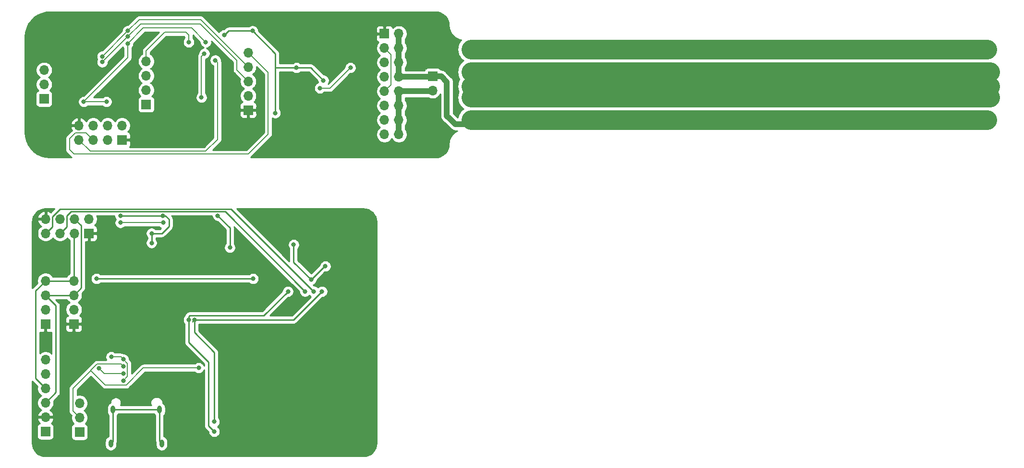
<source format=gbr>
%TF.GenerationSoftware,KiCad,Pcbnew,5.1.6*%
%TF.CreationDate,2020-07-08T20:14:41-07:00*%
%TF.ProjectId,plant_station,706c616e-745f-4737-9461-74696f6e2e6b,rev?*%
%TF.SameCoordinates,Original*%
%TF.FileFunction,Copper,L2,Bot*%
%TF.FilePolarity,Positive*%
%FSLAX46Y46*%
G04 Gerber Fmt 4.6, Leading zero omitted, Abs format (unit mm)*
G04 Created by KiCad (PCBNEW 5.1.6) date 2020-07-08 20:14:41*
%MOMM*%
%LPD*%
G01*
G04 APERTURE LIST*
%TA.AperFunction,ComponentPad*%
%ADD10R,1.700000X1.700000*%
%TD*%
%TA.AperFunction,ComponentPad*%
%ADD11O,1.700000X1.700000*%
%TD*%
%TA.AperFunction,ComponentPad*%
%ADD12O,0.800000X1.400000*%
%TD*%
%TA.AperFunction,ViaPad*%
%ADD13C,0.800000*%
%TD*%
%TA.AperFunction,ViaPad*%
%ADD14C,2.000000*%
%TD*%
%TA.AperFunction,Conductor*%
%ADD15C,0.190000*%
%TD*%
%TA.AperFunction,Conductor*%
%ADD16C,0.250000*%
%TD*%
%TA.AperFunction,Conductor*%
%ADD17C,0.160000*%
%TD*%
%TA.AperFunction,Conductor*%
%ADD18C,1.000000*%
%TD*%
%TA.AperFunction,Conductor*%
%ADD19C,3.500000*%
%TD*%
%TA.AperFunction,Conductor*%
%ADD20C,0.200000*%
%TD*%
%TA.AperFunction,Conductor*%
%ADD21C,0.254000*%
%TD*%
G04 APERTURE END LIST*
D10*
%TO.P,J1,1*%
%TO.N,GND*%
X77750000Y-48250000D03*
D11*
%TO.P,J1,2*%
%TO.N,+3V3*%
X77750000Y-45710000D03*
%TO.P,J1,3*%
%TO.N,/SDA*%
X77750000Y-43170000D03*
%TO.P,J1,4*%
%TO.N,/SCL*%
X77750000Y-40630000D03*
%TO.P,J1,5*%
%TO.N,/555_ALERT*%
X77750000Y-38090000D03*
%TD*%
D10*
%TO.P,J2,1*%
%TO.N,Net-(J2-Pad1)*%
X59750000Y-47250000D03*
D11*
%TO.P,J2,2*%
%TO.N,Net-(J2-Pad2)*%
X59750000Y-44710000D03*
%TO.P,J2,3*%
%TO.N,Net-(J2-Pad3)*%
X59750000Y-42170000D03*
%TO.P,J2,4*%
%TO.N,Net-(J2-Pad4)*%
X59750000Y-39630000D03*
%TD*%
D10*
%TO.P,J3,1*%
%TO.N,GND*%
X101750000Y-34750000D03*
D11*
%TO.P,J3,2*%
%TO.N,/MoistureSensor01/Sensor_Outside*%
X104290000Y-34750000D03*
%TO.P,J3,3*%
%TO.N,Net-(IC6-Pad7)*%
X101750000Y-37290000D03*
%TO.P,J3,4*%
%TO.N,/MoistureSensor01/Sensor_Outside*%
X104290000Y-37290000D03*
%TO.P,J3,5*%
%TO.N,Net-(IC6-Pad6)*%
X101750000Y-39830000D03*
%TO.P,J3,6*%
%TO.N,/MoistureSensor01/Sensor_Outside*%
X104290000Y-39830000D03*
%TO.P,J3,7*%
%TO.N,Net-(J2-Pad2)*%
X101750000Y-42370000D03*
%TO.P,J3,8*%
%TO.N,/MoistureSensor01/Sensor_Outside*%
X104290000Y-42370000D03*
%TO.P,J3,9*%
%TO.N,Net-(IC6-Pad7)*%
X101750000Y-44910000D03*
%TO.P,J3,10*%
%TO.N,/MoistureSensor01/Sensor_Inside*%
X104290000Y-44910000D03*
%TO.P,J3,11*%
%TO.N,Net-(J2-Pad2)*%
X101750000Y-47450000D03*
%TO.P,J3,12*%
%TO.N,/MoistureSensor01/Sensor_Inside*%
X104290000Y-47450000D03*
%TO.P,J3,13*%
%TO.N,Net-(J2-Pad3)*%
X101750000Y-49990000D03*
%TO.P,J3,14*%
%TO.N,/MoistureSensor01/Sensor_Inside*%
X104290000Y-49990000D03*
%TO.P,J3,15*%
%TO.N,Net-(D1-Pad2)*%
X101750000Y-52530000D03*
%TO.P,J3,16*%
%TO.N,/MoistureSensor01/Sensor_Inside*%
X104290000Y-52530000D03*
%TD*%
D10*
%TO.P,J4,1*%
%TO.N,/MoistureSensor01/Sensor_Outside*%
X110250000Y-42250000D03*
D11*
%TO.P,J4,2*%
%TO.N,/MoistureSensor01/Sensor_Inside*%
X110250000Y-44790000D03*
%TD*%
D10*
%TO.P,J5,1*%
%TO.N,Net-(IC6-Pad8)*%
X41750000Y-46250000D03*
D11*
%TO.P,J5,2*%
%TO.N,Net-(IC6-Pad7)*%
X41750000Y-43710000D03*
%TO.P,J5,3*%
%TO.N,Net-(IC6-Pad6)*%
X41750000Y-41170000D03*
%TD*%
D10*
%TO.P,BME1,1*%
%TO.N,+3V3*%
X42000000Y-105000000D03*
D11*
%TO.P,BME1,2*%
%TO.N,GND*%
X42000000Y-102460000D03*
%TO.P,BME1,3*%
%TO.N,/SCL*%
X42000000Y-99920000D03*
%TO.P,BME1,4*%
%TO.N,/SDA*%
X42000000Y-97380000D03*
%TO.P,BME1,5*%
%TO.N,Net-(BME1-Pad5)*%
X42000000Y-94840000D03*
%TO.P,BME1,6*%
%TO.N,Net-(BME1-Pad6)*%
X42000000Y-92300000D03*
%TD*%
D10*
%TO.P,J6,1*%
%TO.N,Net-(Cdec5-Pad1)*%
X48000000Y-105080000D03*
D11*
%TO.P,J6,2*%
%TO.N,Net-(J6-Pad2)*%
X48000000Y-102540000D03*
%TO.P,J6,3*%
%TO.N,+3V3*%
X48000000Y-100000000D03*
%TD*%
%TO.P,J7,8*%
%TO.N,GND*%
X47880000Y-50960000D03*
%TO.P,J7,7*%
%TO.N,/IQS_RDY*%
X47880000Y-53500000D03*
%TO.P,J7,6*%
%TO.N,/CAP_ALERT*%
X50420000Y-50960000D03*
%TO.P,J7,5*%
%TO.N,/555_ALERT*%
X50420000Y-53500000D03*
%TO.P,J7,4*%
%TO.N,/SCL*%
X52960000Y-50960000D03*
%TO.P,J7,3*%
%TO.N,/SDA*%
X52960000Y-53500000D03*
%TO.P,J7,2*%
%TO.N,+3V3*%
X55500000Y-50960000D03*
D10*
%TO.P,J7,1*%
%TO.N,GND*%
X55500000Y-53500000D03*
%TD*%
%TO.P,J8,1*%
%TO.N,GND*%
X49650000Y-70000000D03*
D11*
%TO.P,J8,2*%
%TO.N,+3V3*%
X49650000Y-67460000D03*
%TO.P,J8,3*%
%TO.N,/SDA*%
X47110000Y-70000000D03*
%TO.P,J8,4*%
%TO.N,/SCL*%
X47110000Y-67460000D03*
%TO.P,J8,5*%
%TO.N,/555_ALERT*%
X44570000Y-70000000D03*
%TO.P,J8,6*%
%TO.N,/CAP_ALERT*%
X44570000Y-67460000D03*
%TO.P,J8,7*%
%TO.N,/IQS_RDY*%
X42030000Y-70000000D03*
%TO.P,J8,8*%
%TO.N,GND*%
X42030000Y-67460000D03*
%TD*%
D10*
%TO.P,J9,1*%
%TO.N,GND*%
X47000000Y-86000000D03*
D11*
%TO.P,J9,2*%
%TO.N,+3V3*%
X47000000Y-83460000D03*
%TO.P,J9,3*%
%TO.N,/SCL*%
X47000000Y-80920000D03*
%TO.P,J9,4*%
%TO.N,/SDA*%
X47000000Y-78380000D03*
%TD*%
%TO.P,J10,4*%
%TO.N,/SDA*%
X42000000Y-78380000D03*
%TO.P,J10,3*%
%TO.N,/SCL*%
X42000000Y-80920000D03*
%TO.P,J10,2*%
%TO.N,+3V3*%
X42000000Y-83460000D03*
D10*
%TO.P,J10,1*%
%TO.N,GND*%
X42000000Y-86000000D03*
%TD*%
D12*
%TO.P,P1,S1*%
%TO.N,Net-(P1-PadS1)*%
X53870000Y-101140000D03*
X62130000Y-101140000D03*
X62490000Y-107090000D03*
X53510000Y-107090000D03*
%TD*%
D13*
%TO.N,/IQS_RDY*%
X89250000Y-80250000D03*
%TO.N,/555_ALERT*%
X87750000Y-80250000D03*
%TO.N,GND*%
X69750000Y-80750000D03*
X68250000Y-79250000D03*
%TO.N,Net-(Cdec5-Pad1)*%
X51400000Y-93800000D03*
%TO.N,GND*%
X51400000Y-91800000D03*
%TO.N,Net-(D2-Pad4)*%
X53600000Y-91800000D03*
%TO.N,Net-(J6-Pad2)*%
X69000000Y-93750000D03*
%TO.N,GND*%
X65750000Y-105750000D03*
X65750000Y-102750000D03*
X67000000Y-96750000D03*
X93750000Y-97750000D03*
X87250000Y-105000000D03*
X98750000Y-107500000D03*
X94750000Y-107500000D03*
X81000000Y-105500000D03*
X84000000Y-105500000D03*
X86250000Y-97750000D03*
X99000000Y-70500000D03*
X94750000Y-70500000D03*
X91500000Y-69750000D03*
X88000000Y-69750000D03*
X88000000Y-73000000D03*
X88500000Y-91250000D03*
X86000000Y-89000000D03*
X81750000Y-80250000D03*
X70150000Y-87250000D03*
X72550000Y-87250000D03*
X65450000Y-87250000D03*
%TO.N,+3V3*%
X52750000Y-46750000D03*
X70250000Y-36250000D03*
X56500000Y-36500000D03*
X82500000Y-48750000D03*
X78500000Y-34250000D03*
X73500000Y-35000000D03*
X86250000Y-40750000D03*
X91000000Y-43000000D03*
X48750000Y-46750000D03*
%TO.N,GND*%
X92750000Y-34750000D03*
X91750000Y-49250000D03*
X88750000Y-49250000D03*
X85750000Y-49250000D03*
X53000000Y-44000000D03*
X49000000Y-44000000D03*
X71000000Y-51000000D03*
X67000000Y-51000000D03*
X67500000Y-46000000D03*
X45500000Y-39000000D03*
X55750000Y-90750000D03*
%TO.N,+3V3*%
X60700000Y-70000000D03*
X62700000Y-66900000D03*
X55200000Y-66900000D03*
X60700000Y-71700000D03*
X91333333Y-75800000D03*
X88812500Y-78170000D03*
X85750000Y-72000000D03*
X72375000Y-66875000D03*
X74500000Y-72500000D03*
%TO.N,GND*%
X81400000Y-78000000D03*
X79250000Y-102750000D03*
%TO.N,/SCL*%
X68250000Y-85250000D03*
%TO.N,/SDA*%
X67250000Y-85250000D03*
%TO.N,/SCL*%
X52000000Y-38750000D03*
X56500000Y-34250000D03*
X90743750Y-80256250D03*
X71750000Y-103250000D03*
%TO.N,/SDA*%
X52000000Y-39750000D03*
X56500000Y-35250000D03*
X84743750Y-80256250D03*
X71750000Y-105000000D03*
%TO.N,Net-(D1-Pad2)*%
X95750000Y-40750000D03*
X90385000Y-44365000D03*
%TO.N,Net-(IC5-Pad4)*%
X70000000Y-38250000D03*
X69500000Y-46000000D03*
%TO.N,/IQS_RDY*%
X71937500Y-39437500D03*
%TO.N,Net-(J2-Pad4)*%
X67250000Y-36250000D03*
%TO.N,Net-(LED7-Pad3)*%
X62729500Y-68125000D03*
X55208500Y-68125000D03*
D14*
%TO.N,/MoistureSensor01/Sensor_Outside*%
X117000000Y-37500000D03*
X117000000Y-50000000D03*
%TO.N,/MoistureSensor01/Sensor_Inside*%
X117000000Y-41500000D03*
X117000000Y-44000000D03*
X117000000Y-46000000D03*
D13*
%TO.N,Net-(Cdec5-Pad1)*%
X55750000Y-94750000D03*
%TO.N,Net-(D2-Pad4)*%
X55750000Y-92250000D03*
X55750000Y-96000000D03*
%TO.N,/CAP_ALERT*%
X78600000Y-78000000D03*
X51000000Y-78000000D03*
%TO.N,Net-(J6-Pad2)*%
X55750000Y-93500000D03*
%TD*%
D15*
%TO.N,+3V3*%
X59250000Y-33750000D02*
X56500000Y-36500000D01*
X67750000Y-33750000D02*
X59250000Y-33750000D01*
X70250000Y-36250000D02*
X67750000Y-33750000D01*
X82500000Y-38250000D02*
X82500000Y-41000000D01*
X82500000Y-41000000D02*
X82500000Y-48750000D01*
X86000000Y-41000000D02*
X86250000Y-40750000D01*
X86250000Y-40750000D02*
X86250000Y-40750000D01*
X91000000Y-43000000D02*
X91000000Y-43000000D01*
X48750000Y-46750000D02*
X48750000Y-46750000D01*
X56500000Y-39000000D02*
X56500000Y-36500000D01*
X48750000Y-46750000D02*
X56500000Y-39000000D01*
X52750000Y-46750000D02*
X48750000Y-46750000D01*
D16*
X82500000Y-38250000D02*
X78500000Y-34250000D01*
X74250000Y-34250000D02*
X73500000Y-35000000D01*
X78500000Y-34250000D02*
X74250000Y-34250000D01*
X86250000Y-40750000D02*
X82500000Y-40750000D01*
X82500000Y-40750000D02*
X82500000Y-38250000D01*
X82500000Y-48750000D02*
X82500000Y-40750000D01*
X88750000Y-40750000D02*
X91000000Y-43000000D01*
X86250000Y-40750000D02*
X88750000Y-40750000D01*
X91182500Y-75800000D02*
X88812500Y-78170000D01*
X91333333Y-75800000D02*
X91182500Y-75800000D01*
X74500000Y-69000000D02*
X74500000Y-72500000D01*
X72375000Y-66875000D02*
X74500000Y-69000000D01*
X88812500Y-78170000D02*
X85750000Y-75107500D01*
X85750000Y-75107500D02*
X85750000Y-72000000D01*
X60700000Y-70000000D02*
X60700000Y-71700000D01*
X55200000Y-66900000D02*
X62700000Y-66900000D01*
X62700000Y-66900000D02*
X63150000Y-66900000D01*
X63150000Y-66900000D02*
X63750000Y-67500000D01*
X63750000Y-67500000D02*
X63750000Y-68750000D01*
X62500000Y-70000000D02*
X60700000Y-70000000D01*
X63750000Y-68750000D02*
X62500000Y-70000000D01*
D15*
%TO.N,/SCL*%
X69370000Y-32250000D02*
X77750000Y-40630000D01*
X58500000Y-32250000D02*
X69370000Y-32250000D01*
X52000000Y-38750000D02*
X56500000Y-34250000D01*
X56500000Y-34250000D02*
X58500000Y-32250000D01*
D16*
X85750000Y-85250000D02*
X90743750Y-80256250D01*
X68250000Y-85250000D02*
X85750000Y-85250000D01*
X67975001Y-85524999D02*
X67975001Y-85598001D01*
X68250000Y-85250000D02*
X67975001Y-85524999D01*
X47000000Y-80920000D02*
X42000000Y-80920000D01*
X42000000Y-80920000D02*
X43830000Y-82750000D01*
X43830000Y-98090000D02*
X42000000Y-99920000D01*
X43830000Y-82750000D02*
X43830000Y-98090000D01*
X48285001Y-68635001D02*
X47110000Y-67460000D01*
X48285001Y-79634999D02*
X48285001Y-68635001D01*
X47000000Y-80920000D02*
X48285001Y-79634999D01*
X71750000Y-103250000D02*
X71750000Y-91000000D01*
X68250000Y-87500000D02*
X68250000Y-85250000D01*
X71750000Y-91000000D02*
X68250000Y-87500000D01*
D15*
%TO.N,/SDA*%
X52000000Y-39750000D02*
X56500000Y-35250000D01*
X58750000Y-33000000D02*
X69250000Y-33000000D01*
X69250000Y-33000000D02*
X75750000Y-39500000D01*
X75750000Y-41170000D02*
X77750000Y-43170000D01*
X75750000Y-39500000D02*
X75750000Y-41170000D01*
X56500000Y-35250000D02*
X58750000Y-33000000D01*
D16*
X67250000Y-84684315D02*
X67434315Y-84500000D01*
X67250000Y-85250000D02*
X67250000Y-84684315D01*
X80500000Y-84500000D02*
X84743750Y-80256250D01*
X67434315Y-84500000D02*
X80500000Y-84500000D01*
X47000000Y-78380000D02*
X42000000Y-78380000D01*
X47000000Y-70110000D02*
X47110000Y-70000000D01*
X47000000Y-78380000D02*
X47000000Y-70110000D01*
X42000000Y-78380000D02*
X40250000Y-80130000D01*
X40250000Y-95630000D02*
X42000000Y-97380000D01*
X40250000Y-80130000D02*
X40250000Y-95630000D01*
X67250000Y-85250000D02*
X67250000Y-89250000D01*
X67250000Y-89250000D02*
X70750000Y-92750000D01*
X70750000Y-104000000D02*
X71750000Y-105000000D01*
X70750000Y-92750000D02*
X70750000Y-104000000D01*
D15*
%TO.N,Net-(D1-Pad2)*%
X92135000Y-44365000D02*
X95750000Y-40750000D01*
X90385000Y-44365000D02*
X92135000Y-44365000D01*
%TO.N,Net-(IC5-Pad4)*%
X69500000Y-46000000D02*
X69500000Y-39000000D01*
X69500000Y-38750000D02*
X70000000Y-38250000D01*
X69500000Y-39000000D02*
X69500000Y-38750000D01*
%TO.N,/IQS_RDY*%
X72000000Y-39500000D02*
X71937500Y-39437500D01*
%TO.N,Net-(IC6-Pad7)*%
X102895001Y-38435001D02*
X101750000Y-37290000D01*
X102895001Y-43764999D02*
X102895001Y-38435001D01*
X101750000Y-44910000D02*
X102895001Y-43764999D01*
%TO.N,Net-(J2-Pad4)*%
X67250000Y-36250000D02*
X67250000Y-35000000D01*
X67250000Y-35000000D02*
X66750000Y-34500000D01*
X66750000Y-34500000D02*
X63000000Y-34500000D01*
X59750000Y-37750000D02*
X59750000Y-39630000D01*
X63000000Y-34500000D02*
X59750000Y-37750000D01*
D17*
%TO.N,Net-(LED7-Pad3)*%
X62729500Y-68125000D02*
X55208500Y-68125000D01*
D18*
%TO.N,/MoistureSensor01/Sensor_Outside*%
X110250000Y-42250000D02*
X111750000Y-42250000D01*
X111750000Y-42250000D02*
X112750000Y-43250000D01*
X112750000Y-49266002D02*
X113233998Y-49750000D01*
X112750000Y-43250000D02*
X112750000Y-49266002D01*
X113233998Y-49750000D02*
X113250000Y-49750000D01*
X113250000Y-49750000D02*
X114250000Y-50750000D01*
X114250000Y-50750000D02*
X116250000Y-50750000D01*
X116250000Y-50750000D02*
X116500000Y-50500000D01*
X116500000Y-50500000D02*
X117000000Y-50000000D01*
D19*
X117000000Y-50000000D02*
X208000000Y-50000000D01*
X135000000Y-37500000D02*
X208000000Y-37500000D01*
X117000000Y-37500000D02*
X135000000Y-37500000D01*
D18*
X104290000Y-34750000D02*
X104290000Y-42370000D01*
X110130000Y-42370000D02*
X110250000Y-42250000D01*
X104290000Y-42370000D02*
X110130000Y-42370000D01*
D19*
%TO.N,/MoistureSensor01/Sensor_Inside*%
X117000000Y-44000000D02*
X208500000Y-44000000D01*
X117000000Y-46000000D02*
X208500000Y-46000000D01*
X117000000Y-41500000D02*
X208500000Y-41500000D01*
D18*
X104290000Y-44910000D02*
X104290000Y-52530000D01*
X110130000Y-44910000D02*
X110250000Y-44790000D01*
X104290000Y-44910000D02*
X110130000Y-44910000D01*
D20*
%TO.N,Net-(Cdec5-Pad1)*%
X52350000Y-94750000D02*
X52650000Y-94750000D01*
X51400000Y-93800000D02*
X52350000Y-94750000D01*
X52650000Y-94750000D02*
X52500000Y-94750000D01*
X55750000Y-94750000D02*
X52650000Y-94750000D01*
%TO.N,Net-(D2-Pad4)*%
X56450001Y-95299999D02*
X55750000Y-96000000D01*
X56450001Y-92950001D02*
X56450001Y-95299999D01*
X55750000Y-92250000D02*
X56450001Y-92950001D01*
X55750000Y-92250000D02*
X55300000Y-91800000D01*
X55300000Y-91800000D02*
X53600000Y-91800000D01*
D15*
%TO.N,/555_ALERT*%
X46250000Y-55250000D02*
X46250000Y-53250000D01*
X49170000Y-52250000D02*
X50420000Y-53500000D01*
X47250000Y-52250000D02*
X49170000Y-52250000D01*
X47000000Y-56000000D02*
X46250000Y-55250000D01*
X77750000Y-56000000D02*
X47000000Y-56000000D01*
X81250000Y-52500000D02*
X77750000Y-56000000D01*
X81250000Y-41590000D02*
X81250000Y-52500000D01*
X46250000Y-53250000D02*
X47250000Y-52250000D01*
X77750000Y-38090000D02*
X81250000Y-41590000D01*
D16*
X45745001Y-66895999D02*
X45745001Y-68824999D01*
X46491001Y-66149999D02*
X45745001Y-66895999D01*
X73649999Y-66149999D02*
X46491001Y-66149999D01*
X45745001Y-68824999D02*
X44570000Y-70000000D01*
X87750000Y-80250000D02*
X73649999Y-66149999D01*
D15*
%TO.N,/IQS_RDY*%
X70250000Y-55500000D02*
X49880000Y-55500000D01*
X72337499Y-53412501D02*
X70250000Y-55500000D01*
X49880000Y-55500000D02*
X47880000Y-53500000D01*
X72337499Y-39837499D02*
X72337499Y-53412501D01*
X71937500Y-39437500D02*
X72337499Y-39837499D01*
D16*
X43205001Y-68824999D02*
X42030000Y-70000000D01*
X43205001Y-67085997D02*
X43205001Y-68824999D01*
X44591008Y-65699990D02*
X43205001Y-67085997D01*
X74699990Y-65699990D02*
X44591008Y-65699990D01*
X89250000Y-80250000D02*
X74699990Y-65699990D01*
%TO.N,/CAP_ALERT*%
X78600000Y-78000000D02*
X51000000Y-78000000D01*
X51000000Y-78000000D02*
X51000000Y-78000000D01*
D20*
%TO.N,Net-(J6-Pad2)*%
X46849999Y-101389999D02*
X48000000Y-102540000D01*
X46849999Y-97363999D02*
X46849999Y-101389999D01*
X49981999Y-94231999D02*
X46849999Y-97363999D01*
X56250000Y-96750000D02*
X59250000Y-93750000D01*
X52500000Y-96750000D02*
X56250000Y-96750000D01*
X59250000Y-93750000D02*
X69000000Y-93750000D01*
X49981999Y-94231999D02*
X52500000Y-96750000D01*
X49981999Y-94181999D02*
X49981999Y-94231999D01*
X51063999Y-93099999D02*
X49981999Y-94181999D01*
X55349999Y-93099999D02*
X51063999Y-93099999D01*
X55750000Y-93500000D02*
X55349999Y-93099999D01*
D16*
%TO.N,Net-(P1-PadS1)*%
X62130000Y-106730000D02*
X62490000Y-107090000D01*
X62130000Y-101140000D02*
X62130000Y-106730000D01*
X53870000Y-106730000D02*
X53510000Y-107090000D01*
X53870000Y-101140000D02*
X53870000Y-106730000D01*
X53870000Y-101140000D02*
X62130000Y-101140000D01*
%TD*%
D21*
%TO.N,GND*%
G36*
X111203893Y-30957670D02*
G01*
X111640498Y-31089489D01*
X112043185Y-31303600D01*
X112396612Y-31591848D01*
X112687327Y-31943261D01*
X112904242Y-32344439D01*
X113039106Y-32780113D01*
X113090048Y-33264798D01*
X113090053Y-33266279D01*
X113092966Y-33294954D01*
X113092765Y-33323781D01*
X113093665Y-33332952D01*
X113134466Y-33721145D01*
X113146487Y-33779708D01*
X113157702Y-33838501D01*
X113160366Y-33847323D01*
X113275790Y-34220198D01*
X113298975Y-34275353D01*
X113321379Y-34330806D01*
X113325706Y-34338943D01*
X113511357Y-34682298D01*
X113544780Y-34731849D01*
X113577562Y-34781946D01*
X113583387Y-34789087D01*
X113832194Y-35089841D01*
X113874629Y-35131981D01*
X113916492Y-35174730D01*
X113923592Y-35180604D01*
X114226077Y-35427305D01*
X114275904Y-35460409D01*
X114325259Y-35494204D01*
X114333365Y-35498587D01*
X114678007Y-35681837D01*
X114733311Y-35704631D01*
X114788295Y-35728198D01*
X114797098Y-35730923D01*
X115170770Y-35843741D01*
X115229458Y-35855361D01*
X115259194Y-35861682D01*
X115007351Y-36168554D01*
X114785887Y-36582884D01*
X114649510Y-37032458D01*
X114603461Y-37500000D01*
X114649510Y-37967542D01*
X114785887Y-38417116D01*
X115007351Y-38831446D01*
X115305391Y-39194609D01*
X115668554Y-39492649D01*
X115682307Y-39500000D01*
X115668554Y-39507351D01*
X115305391Y-39805391D01*
X115007351Y-40168554D01*
X114785887Y-40582884D01*
X114649510Y-41032458D01*
X114603461Y-41500000D01*
X114649510Y-41967542D01*
X114785887Y-42417116D01*
X114963817Y-42750000D01*
X114785887Y-43082884D01*
X114649510Y-43532458D01*
X114603461Y-44000000D01*
X114649510Y-44467542D01*
X114785887Y-44917116D01*
X114830189Y-45000000D01*
X114785887Y-45082884D01*
X114649510Y-45532458D01*
X114603461Y-46000000D01*
X114649510Y-46467542D01*
X114785887Y-46917116D01*
X115007351Y-47331446D01*
X115305391Y-47694609D01*
X115668554Y-47992649D01*
X115682307Y-48000000D01*
X115668554Y-48007351D01*
X115305391Y-48305391D01*
X115007351Y-48668554D01*
X114785887Y-49082884D01*
X114649510Y-49532458D01*
X114648441Y-49543309D01*
X114091995Y-48986864D01*
X114056449Y-48943551D01*
X113923902Y-48834772D01*
X113885000Y-48795870D01*
X113885000Y-43305752D01*
X113890491Y-43250000D01*
X113868577Y-43027501D01*
X113803676Y-42813553D01*
X113698284Y-42616377D01*
X113591989Y-42486856D01*
X113591987Y-42486854D01*
X113556449Y-42443551D01*
X113513145Y-42408013D01*
X112591995Y-41486864D01*
X112556449Y-41443551D01*
X112383623Y-41301716D01*
X112186447Y-41196324D01*
X111972499Y-41131423D01*
X111805752Y-41115000D01*
X111805751Y-41115000D01*
X111750000Y-41109509D01*
X111694249Y-41115000D01*
X111667683Y-41115000D01*
X111630537Y-41045506D01*
X111551185Y-40948815D01*
X111454494Y-40869463D01*
X111344180Y-40810498D01*
X111224482Y-40774188D01*
X111100000Y-40761928D01*
X109400000Y-40761928D01*
X109275518Y-40774188D01*
X109155820Y-40810498D01*
X109045506Y-40869463D01*
X108948815Y-40948815D01*
X108869463Y-41045506D01*
X108810498Y-41155820D01*
X108786479Y-41235000D01*
X105425000Y-41235000D01*
X105425000Y-40795107D01*
X105443475Y-40776632D01*
X105605990Y-40533411D01*
X105717932Y-40263158D01*
X105775000Y-39976260D01*
X105775000Y-39683740D01*
X105717932Y-39396842D01*
X105605990Y-39126589D01*
X105443475Y-38883368D01*
X105425000Y-38864893D01*
X105425000Y-38255107D01*
X105443475Y-38236632D01*
X105605990Y-37993411D01*
X105717932Y-37723158D01*
X105775000Y-37436260D01*
X105775000Y-37143740D01*
X105717932Y-36856842D01*
X105605990Y-36586589D01*
X105443475Y-36343368D01*
X105425000Y-36324893D01*
X105425000Y-35715107D01*
X105443475Y-35696632D01*
X105605990Y-35453411D01*
X105717932Y-35183158D01*
X105775000Y-34896260D01*
X105775000Y-34603740D01*
X105717932Y-34316842D01*
X105605990Y-34046589D01*
X105443475Y-33803368D01*
X105236632Y-33596525D01*
X104993411Y-33434010D01*
X104723158Y-33322068D01*
X104436260Y-33265000D01*
X104143740Y-33265000D01*
X103856842Y-33322068D01*
X103586589Y-33434010D01*
X103343368Y-33596525D01*
X103211513Y-33728380D01*
X103189502Y-33655820D01*
X103130537Y-33545506D01*
X103051185Y-33448815D01*
X102954494Y-33369463D01*
X102844180Y-33310498D01*
X102724482Y-33274188D01*
X102600000Y-33261928D01*
X102035750Y-33265000D01*
X101877000Y-33423750D01*
X101877000Y-34623000D01*
X101897000Y-34623000D01*
X101897000Y-34877000D01*
X101877000Y-34877000D01*
X101877000Y-34897000D01*
X101623000Y-34897000D01*
X101623000Y-34877000D01*
X100423750Y-34877000D01*
X100265000Y-35035750D01*
X100261928Y-35600000D01*
X100274188Y-35724482D01*
X100310498Y-35844180D01*
X100369463Y-35954494D01*
X100448815Y-36051185D01*
X100545506Y-36130537D01*
X100655820Y-36189502D01*
X100728380Y-36211513D01*
X100596525Y-36343368D01*
X100434010Y-36586589D01*
X100322068Y-36856842D01*
X100265000Y-37143740D01*
X100265000Y-37436260D01*
X100322068Y-37723158D01*
X100434010Y-37993411D01*
X100596525Y-38236632D01*
X100803368Y-38443475D01*
X100977760Y-38560000D01*
X100803368Y-38676525D01*
X100596525Y-38883368D01*
X100434010Y-39126589D01*
X100322068Y-39396842D01*
X100265000Y-39683740D01*
X100265000Y-39976260D01*
X100322068Y-40263158D01*
X100434010Y-40533411D01*
X100596525Y-40776632D01*
X100803368Y-40983475D01*
X100977760Y-41100000D01*
X100803368Y-41216525D01*
X100596525Y-41423368D01*
X100434010Y-41666589D01*
X100322068Y-41936842D01*
X100265000Y-42223740D01*
X100265000Y-42516260D01*
X100322068Y-42803158D01*
X100434010Y-43073411D01*
X100596525Y-43316632D01*
X100803368Y-43523475D01*
X100977760Y-43640000D01*
X100803368Y-43756525D01*
X100596525Y-43963368D01*
X100434010Y-44206589D01*
X100322068Y-44476842D01*
X100265000Y-44763740D01*
X100265000Y-45056260D01*
X100322068Y-45343158D01*
X100434010Y-45613411D01*
X100596525Y-45856632D01*
X100803368Y-46063475D01*
X100977760Y-46180000D01*
X100803368Y-46296525D01*
X100596525Y-46503368D01*
X100434010Y-46746589D01*
X100322068Y-47016842D01*
X100265000Y-47303740D01*
X100265000Y-47596260D01*
X100322068Y-47883158D01*
X100434010Y-48153411D01*
X100596525Y-48396632D01*
X100803368Y-48603475D01*
X100977760Y-48720000D01*
X100803368Y-48836525D01*
X100596525Y-49043368D01*
X100434010Y-49286589D01*
X100322068Y-49556842D01*
X100265000Y-49843740D01*
X100265000Y-50136260D01*
X100322068Y-50423158D01*
X100434010Y-50693411D01*
X100596525Y-50936632D01*
X100803368Y-51143475D01*
X100977760Y-51260000D01*
X100803368Y-51376525D01*
X100596525Y-51583368D01*
X100434010Y-51826589D01*
X100322068Y-52096842D01*
X100265000Y-52383740D01*
X100265000Y-52676260D01*
X100322068Y-52963158D01*
X100434010Y-53233411D01*
X100596525Y-53476632D01*
X100803368Y-53683475D01*
X101046589Y-53845990D01*
X101316842Y-53957932D01*
X101603740Y-54015000D01*
X101896260Y-54015000D01*
X102183158Y-53957932D01*
X102453411Y-53845990D01*
X102696632Y-53683475D01*
X102903475Y-53476632D01*
X103020000Y-53302240D01*
X103136525Y-53476632D01*
X103343368Y-53683475D01*
X103586589Y-53845990D01*
X103856842Y-53957932D01*
X104143740Y-54015000D01*
X104436260Y-54015000D01*
X104723158Y-53957932D01*
X104993411Y-53845990D01*
X105236632Y-53683475D01*
X105443475Y-53476632D01*
X105605990Y-53233411D01*
X105717932Y-52963158D01*
X105775000Y-52676260D01*
X105775000Y-52383740D01*
X105717932Y-52096842D01*
X105605990Y-51826589D01*
X105443475Y-51583368D01*
X105425000Y-51564893D01*
X105425000Y-50955107D01*
X105443475Y-50936632D01*
X105605990Y-50693411D01*
X105717932Y-50423158D01*
X105775000Y-50136260D01*
X105775000Y-49843740D01*
X105717932Y-49556842D01*
X105605990Y-49286589D01*
X105443475Y-49043368D01*
X105425000Y-49024893D01*
X105425000Y-48415107D01*
X105443475Y-48396632D01*
X105605990Y-48153411D01*
X105717932Y-47883158D01*
X105775000Y-47596260D01*
X105775000Y-47303740D01*
X105717932Y-47016842D01*
X105605990Y-46746589D01*
X105443475Y-46503368D01*
X105425000Y-46484893D01*
X105425000Y-46045000D01*
X109455311Y-46045000D01*
X109546589Y-46105990D01*
X109816842Y-46217932D01*
X110103740Y-46275000D01*
X110396260Y-46275000D01*
X110683158Y-46217932D01*
X110953411Y-46105990D01*
X111196632Y-45943475D01*
X111403475Y-45736632D01*
X111565990Y-45493411D01*
X111615000Y-45375089D01*
X111615001Y-49210241D01*
X111609509Y-49266002D01*
X111631423Y-49488500D01*
X111696324Y-49702448D01*
X111721741Y-49750000D01*
X111801717Y-49899625D01*
X111943552Y-50072451D01*
X111986859Y-50107993D01*
X112392006Y-50513140D01*
X112427549Y-50556449D01*
X112560099Y-50665230D01*
X113408013Y-51513145D01*
X113443551Y-51556449D01*
X113486854Y-51591987D01*
X113486856Y-51591989D01*
X113611899Y-51694609D01*
X113616377Y-51698284D01*
X113813553Y-51803676D01*
X114027501Y-51868577D01*
X114159220Y-51881550D01*
X114250000Y-51890491D01*
X114305752Y-51885000D01*
X114551396Y-51885000D01*
X114317702Y-52011357D01*
X114268101Y-52044813D01*
X114218054Y-52077563D01*
X114210913Y-52083387D01*
X113910158Y-52332194D01*
X113868019Y-52374629D01*
X113825269Y-52416492D01*
X113819396Y-52423593D01*
X113572695Y-52726077D01*
X113539598Y-52775893D01*
X113505795Y-52825259D01*
X113501413Y-52833365D01*
X113318163Y-53178007D01*
X113295368Y-53233313D01*
X113271802Y-53288296D01*
X113269077Y-53297099D01*
X113156259Y-53670770D01*
X113144639Y-53729458D01*
X113132203Y-53787961D01*
X113131240Y-53797126D01*
X113093150Y-54185595D01*
X113042330Y-54703894D01*
X112910512Y-55140497D01*
X112696399Y-55543186D01*
X112408150Y-55896613D01*
X112056739Y-56187327D01*
X111655564Y-56404240D01*
X111219886Y-56539106D01*
X110735664Y-56590000D01*
X78181789Y-56590000D01*
X78268685Y-56518685D01*
X78291547Y-56490828D01*
X81740833Y-53041543D01*
X81768685Y-53018685D01*
X81859910Y-52907529D01*
X81927695Y-52780711D01*
X81946422Y-52718977D01*
X81969437Y-52643106D01*
X81973613Y-52600702D01*
X81980000Y-52535860D01*
X81980000Y-52535853D01*
X81983531Y-52500001D01*
X81980000Y-52464149D01*
X81980000Y-49647331D01*
X82009744Y-49667205D01*
X82198102Y-49745226D01*
X82398061Y-49785000D01*
X82601939Y-49785000D01*
X82801898Y-49745226D01*
X82990256Y-49667205D01*
X83159774Y-49553937D01*
X83303937Y-49409774D01*
X83417205Y-49240256D01*
X83495226Y-49051898D01*
X83535000Y-48851939D01*
X83535000Y-48648061D01*
X83495226Y-48448102D01*
X83417205Y-48259744D01*
X83303937Y-48090226D01*
X83260000Y-48046289D01*
X83260000Y-41510000D01*
X85474187Y-41510000D01*
X85481315Y-41518685D01*
X85592472Y-41609909D01*
X85719290Y-41677695D01*
X85856896Y-41719438D01*
X85894874Y-41723178D01*
X85948102Y-41745226D01*
X86148061Y-41785000D01*
X86351939Y-41785000D01*
X86551898Y-41745226D01*
X86740256Y-41667205D01*
X86909774Y-41553937D01*
X86953711Y-41510000D01*
X88435199Y-41510000D01*
X89965000Y-43039802D01*
X89965000Y-43101939D01*
X90004774Y-43301898D01*
X90040243Y-43387527D01*
X89894744Y-43447795D01*
X89725226Y-43561063D01*
X89581063Y-43705226D01*
X89467795Y-43874744D01*
X89389774Y-44063102D01*
X89350000Y-44263061D01*
X89350000Y-44466939D01*
X89389774Y-44666898D01*
X89467795Y-44855256D01*
X89581063Y-45024774D01*
X89725226Y-45168937D01*
X89894744Y-45282205D01*
X90083102Y-45360226D01*
X90283061Y-45400000D01*
X90486939Y-45400000D01*
X90686898Y-45360226D01*
X90875256Y-45282205D01*
X91044774Y-45168937D01*
X91118711Y-45095000D01*
X92099145Y-45095000D01*
X92135000Y-45098531D01*
X92170855Y-45095000D01*
X92170860Y-45095000D01*
X92210205Y-45091125D01*
X92278104Y-45084438D01*
X92406444Y-45045506D01*
X92415711Y-45042695D01*
X92542529Y-44974910D01*
X92653685Y-44883685D01*
X92676547Y-44855828D01*
X95747376Y-41785000D01*
X95851939Y-41785000D01*
X96051898Y-41745226D01*
X96240256Y-41667205D01*
X96409774Y-41553937D01*
X96553937Y-41409774D01*
X96667205Y-41240256D01*
X96745226Y-41051898D01*
X96785000Y-40851939D01*
X96785000Y-40648061D01*
X96745226Y-40448102D01*
X96667205Y-40259744D01*
X96553937Y-40090226D01*
X96409774Y-39946063D01*
X96240256Y-39832795D01*
X96051898Y-39754774D01*
X95851939Y-39715000D01*
X95648061Y-39715000D01*
X95448102Y-39754774D01*
X95259744Y-39832795D01*
X95090226Y-39946063D01*
X94946063Y-40090226D01*
X94832795Y-40259744D01*
X94754774Y-40448102D01*
X94715000Y-40648061D01*
X94715000Y-40752624D01*
X91832625Y-43635000D01*
X91820490Y-43635000D01*
X91917205Y-43490256D01*
X91995226Y-43301898D01*
X92035000Y-43101939D01*
X92035000Y-42898061D01*
X91995226Y-42698102D01*
X91917205Y-42509744D01*
X91803937Y-42340226D01*
X91659774Y-42196063D01*
X91490256Y-42082795D01*
X91301898Y-42004774D01*
X91101939Y-41965000D01*
X91039802Y-41965000D01*
X89313804Y-40239003D01*
X89290001Y-40209999D01*
X89174276Y-40115026D01*
X89042247Y-40044454D01*
X88898986Y-40000997D01*
X88787333Y-39990000D01*
X88787322Y-39990000D01*
X88750000Y-39986324D01*
X88712678Y-39990000D01*
X86953711Y-39990000D01*
X86909774Y-39946063D01*
X86740256Y-39832795D01*
X86551898Y-39754774D01*
X86351939Y-39715000D01*
X86148061Y-39715000D01*
X85948102Y-39754774D01*
X85759744Y-39832795D01*
X85590226Y-39946063D01*
X85546289Y-39990000D01*
X83260000Y-39990000D01*
X83260000Y-38287322D01*
X83263676Y-38249999D01*
X83260000Y-38212676D01*
X83260000Y-38212667D01*
X83249003Y-38101014D01*
X83205546Y-37957753D01*
X83134974Y-37825724D01*
X83040001Y-37709999D01*
X83011003Y-37686201D01*
X79535000Y-34210199D01*
X79535000Y-34148061D01*
X79495226Y-33948102D01*
X79475302Y-33900000D01*
X100261928Y-33900000D01*
X100265000Y-34464250D01*
X100423750Y-34623000D01*
X101623000Y-34623000D01*
X101623000Y-33423750D01*
X101464250Y-33265000D01*
X100900000Y-33261928D01*
X100775518Y-33274188D01*
X100655820Y-33310498D01*
X100545506Y-33369463D01*
X100448815Y-33448815D01*
X100369463Y-33545506D01*
X100310498Y-33655820D01*
X100274188Y-33775518D01*
X100261928Y-33900000D01*
X79475302Y-33900000D01*
X79417205Y-33759744D01*
X79303937Y-33590226D01*
X79159774Y-33446063D01*
X78990256Y-33332795D01*
X78801898Y-33254774D01*
X78601939Y-33215000D01*
X78398061Y-33215000D01*
X78198102Y-33254774D01*
X78009744Y-33332795D01*
X77840226Y-33446063D01*
X77796289Y-33490000D01*
X74287322Y-33490000D01*
X74249999Y-33486324D01*
X74212676Y-33490000D01*
X74212667Y-33490000D01*
X74101014Y-33500997D01*
X73957753Y-33544454D01*
X73825724Y-33615026D01*
X73709999Y-33709999D01*
X73686201Y-33738998D01*
X73460198Y-33965000D01*
X73398061Y-33965000D01*
X73198102Y-34004774D01*
X73009744Y-34082795D01*
X72840226Y-34196063D01*
X72696063Y-34340226D01*
X72614568Y-34462192D01*
X69911547Y-31759172D01*
X69888685Y-31731315D01*
X69777529Y-31640090D01*
X69650711Y-31572305D01*
X69608968Y-31559642D01*
X69513104Y-31530562D01*
X69445205Y-31523875D01*
X69405860Y-31520000D01*
X69405855Y-31520000D01*
X69370000Y-31516469D01*
X69334145Y-31520000D01*
X58535851Y-31520000D01*
X58499999Y-31516469D01*
X58464147Y-31520000D01*
X58464140Y-31520000D01*
X58371010Y-31529173D01*
X58356894Y-31530563D01*
X58319228Y-31541989D01*
X58219289Y-31572305D01*
X58092471Y-31640090D01*
X58024503Y-31695871D01*
X58014558Y-31704033D01*
X57981315Y-31731315D01*
X57958457Y-31759167D01*
X56502625Y-33215000D01*
X56398061Y-33215000D01*
X56198102Y-33254774D01*
X56009744Y-33332795D01*
X55840226Y-33446063D01*
X55696063Y-33590226D01*
X55582795Y-33759744D01*
X55504774Y-33948102D01*
X55465000Y-34148061D01*
X55465000Y-34252624D01*
X52002625Y-37715000D01*
X51898061Y-37715000D01*
X51698102Y-37754774D01*
X51509744Y-37832795D01*
X51340226Y-37946063D01*
X51196063Y-38090226D01*
X51082795Y-38259744D01*
X51004774Y-38448102D01*
X50965000Y-38648061D01*
X50965000Y-38851939D01*
X51004774Y-39051898D01*
X51082795Y-39240256D01*
X51089306Y-39250000D01*
X51082795Y-39259744D01*
X51004774Y-39448102D01*
X50965000Y-39648061D01*
X50965000Y-39851939D01*
X51004774Y-40051898D01*
X51082795Y-40240256D01*
X51196063Y-40409774D01*
X51340226Y-40553937D01*
X51509744Y-40667205D01*
X51698102Y-40745226D01*
X51898061Y-40785000D01*
X52101939Y-40785000D01*
X52301898Y-40745226D01*
X52490256Y-40667205D01*
X52659774Y-40553937D01*
X52803937Y-40409774D01*
X52917205Y-40240256D01*
X52995226Y-40051898D01*
X53035000Y-39851939D01*
X53035000Y-39747375D01*
X55666639Y-37115737D01*
X55696063Y-37159774D01*
X55770001Y-37233712D01*
X55770000Y-38697624D01*
X48752625Y-45715000D01*
X48648061Y-45715000D01*
X48448102Y-45754774D01*
X48259744Y-45832795D01*
X48090226Y-45946063D01*
X47946063Y-46090226D01*
X47832795Y-46259744D01*
X47754774Y-46448102D01*
X47715000Y-46648061D01*
X47715000Y-46851939D01*
X47754774Y-47051898D01*
X47832795Y-47240256D01*
X47946063Y-47409774D01*
X48090226Y-47553937D01*
X48259744Y-47667205D01*
X48448102Y-47745226D01*
X48648061Y-47785000D01*
X48851939Y-47785000D01*
X49051898Y-47745226D01*
X49240256Y-47667205D01*
X49409774Y-47553937D01*
X49483711Y-47480000D01*
X52016289Y-47480000D01*
X52090226Y-47553937D01*
X52259744Y-47667205D01*
X52448102Y-47745226D01*
X52648061Y-47785000D01*
X52851939Y-47785000D01*
X53051898Y-47745226D01*
X53240256Y-47667205D01*
X53409774Y-47553937D01*
X53553937Y-47409774D01*
X53667205Y-47240256D01*
X53745226Y-47051898D01*
X53785000Y-46851939D01*
X53785000Y-46648061D01*
X53745226Y-46448102D01*
X53667205Y-46259744D01*
X53553937Y-46090226D01*
X53409774Y-45946063D01*
X53240256Y-45832795D01*
X53051898Y-45754774D01*
X52851939Y-45715000D01*
X52648061Y-45715000D01*
X52448102Y-45754774D01*
X52259744Y-45832795D01*
X52090226Y-45946063D01*
X52016289Y-46020000D01*
X50512375Y-46020000D01*
X56990838Y-39541538D01*
X57018684Y-39518685D01*
X57041539Y-39490837D01*
X57041544Y-39490832D01*
X57076612Y-39448102D01*
X57109910Y-39407529D01*
X57177695Y-39280711D01*
X57211724Y-39168532D01*
X57219437Y-39143106D01*
X57224645Y-39090226D01*
X57230000Y-39035860D01*
X57230000Y-39035853D01*
X57233531Y-39000001D01*
X57230000Y-38964149D01*
X57230000Y-37233711D01*
X57303937Y-37159774D01*
X57417205Y-36990256D01*
X57495226Y-36801898D01*
X57535000Y-36601939D01*
X57535000Y-36497375D01*
X59552376Y-34480000D01*
X61987624Y-34480000D01*
X59259168Y-37208457D01*
X59231315Y-37231316D01*
X59140090Y-37342472D01*
X59102764Y-37412305D01*
X59072305Y-37469290D01*
X59030562Y-37606896D01*
X59025231Y-37661033D01*
X59020001Y-37714140D01*
X59016469Y-37750000D01*
X59020000Y-37785855D01*
X59020000Y-38331776D01*
X58803368Y-38476525D01*
X58596525Y-38683368D01*
X58434010Y-38926589D01*
X58322068Y-39196842D01*
X58265000Y-39483740D01*
X58265000Y-39776260D01*
X58322068Y-40063158D01*
X58434010Y-40333411D01*
X58596525Y-40576632D01*
X58803368Y-40783475D01*
X58977760Y-40900000D01*
X58803368Y-41016525D01*
X58596525Y-41223368D01*
X58434010Y-41466589D01*
X58322068Y-41736842D01*
X58265000Y-42023740D01*
X58265000Y-42316260D01*
X58322068Y-42603158D01*
X58434010Y-42873411D01*
X58596525Y-43116632D01*
X58803368Y-43323475D01*
X58977760Y-43440000D01*
X58803368Y-43556525D01*
X58596525Y-43763368D01*
X58434010Y-44006589D01*
X58322068Y-44276842D01*
X58265000Y-44563740D01*
X58265000Y-44856260D01*
X58322068Y-45143158D01*
X58434010Y-45413411D01*
X58596525Y-45656632D01*
X58728380Y-45788487D01*
X58655820Y-45810498D01*
X58545506Y-45869463D01*
X58448815Y-45948815D01*
X58369463Y-46045506D01*
X58310498Y-46155820D01*
X58274188Y-46275518D01*
X58261928Y-46400000D01*
X58261928Y-48100000D01*
X58274188Y-48224482D01*
X58310498Y-48344180D01*
X58369463Y-48454494D01*
X58448815Y-48551185D01*
X58545506Y-48630537D01*
X58655820Y-48689502D01*
X58775518Y-48725812D01*
X58900000Y-48738072D01*
X60600000Y-48738072D01*
X60724482Y-48725812D01*
X60844180Y-48689502D01*
X60954494Y-48630537D01*
X61051185Y-48551185D01*
X61130537Y-48454494D01*
X61189502Y-48344180D01*
X61225812Y-48224482D01*
X61238072Y-48100000D01*
X61238072Y-46400000D01*
X61225812Y-46275518D01*
X61189502Y-46155820D01*
X61130537Y-46045506D01*
X61051185Y-45948815D01*
X60954494Y-45869463D01*
X60844180Y-45810498D01*
X60771620Y-45788487D01*
X60903475Y-45656632D01*
X61065990Y-45413411D01*
X61177932Y-45143158D01*
X61235000Y-44856260D01*
X61235000Y-44563740D01*
X61177932Y-44276842D01*
X61065990Y-44006589D01*
X60903475Y-43763368D01*
X60696632Y-43556525D01*
X60522240Y-43440000D01*
X60696632Y-43323475D01*
X60903475Y-43116632D01*
X61065990Y-42873411D01*
X61177932Y-42603158D01*
X61235000Y-42316260D01*
X61235000Y-42023740D01*
X61177932Y-41736842D01*
X61065990Y-41466589D01*
X60903475Y-41223368D01*
X60696632Y-41016525D01*
X60522240Y-40900000D01*
X60696632Y-40783475D01*
X60903475Y-40576632D01*
X61065990Y-40333411D01*
X61177932Y-40063158D01*
X61235000Y-39776260D01*
X61235000Y-39483740D01*
X61177932Y-39196842D01*
X61065990Y-38926589D01*
X60903475Y-38683368D01*
X60696632Y-38476525D01*
X60480000Y-38331776D01*
X60480000Y-38052375D01*
X63302376Y-35230000D01*
X66447625Y-35230000D01*
X66520001Y-35302376D01*
X66520001Y-35516288D01*
X66446063Y-35590226D01*
X66332795Y-35759744D01*
X66254774Y-35948102D01*
X66215000Y-36148061D01*
X66215000Y-36351939D01*
X66254774Y-36551898D01*
X66332795Y-36740256D01*
X66446063Y-36909774D01*
X66590226Y-37053937D01*
X66759744Y-37167205D01*
X66948102Y-37245226D01*
X67148061Y-37285000D01*
X67351939Y-37285000D01*
X67551898Y-37245226D01*
X67740256Y-37167205D01*
X67909774Y-37053937D01*
X68053937Y-36909774D01*
X68167205Y-36740256D01*
X68245226Y-36551898D01*
X68285000Y-36351939D01*
X68285000Y-36148061D01*
X68245226Y-35948102D01*
X68167205Y-35759744D01*
X68053937Y-35590226D01*
X67980000Y-35516289D01*
X67980000Y-35035855D01*
X67982105Y-35014480D01*
X69215000Y-36247376D01*
X69215000Y-36351939D01*
X69254774Y-36551898D01*
X69332795Y-36740256D01*
X69446063Y-36909774D01*
X69590226Y-37053937D01*
X69759744Y-37167205D01*
X69882570Y-37218081D01*
X69698102Y-37254774D01*
X69509744Y-37332795D01*
X69340226Y-37446063D01*
X69196063Y-37590226D01*
X69082795Y-37759744D01*
X69004774Y-37948102D01*
X68965000Y-38148061D01*
X68965000Y-38251196D01*
X68890090Y-38342471D01*
X68822305Y-38469289D01*
X68822305Y-38469290D01*
X68780562Y-38606896D01*
X68777936Y-38633563D01*
X68770000Y-38714140D01*
X68770000Y-38714141D01*
X68766469Y-38750000D01*
X68770000Y-38785855D01*
X68770000Y-39035859D01*
X68770001Y-39035869D01*
X68770000Y-45266289D01*
X68696063Y-45340226D01*
X68582795Y-45509744D01*
X68504774Y-45698102D01*
X68465000Y-45898061D01*
X68465000Y-46101939D01*
X68504774Y-46301898D01*
X68582795Y-46490256D01*
X68696063Y-46659774D01*
X68840226Y-46803937D01*
X69009744Y-46917205D01*
X69198102Y-46995226D01*
X69398061Y-47035000D01*
X69601939Y-47035000D01*
X69801898Y-46995226D01*
X69990256Y-46917205D01*
X70159774Y-46803937D01*
X70303937Y-46659774D01*
X70417205Y-46490256D01*
X70495226Y-46301898D01*
X70535000Y-46101939D01*
X70535000Y-45898061D01*
X70495226Y-45698102D01*
X70417205Y-45509744D01*
X70303937Y-45340226D01*
X70230000Y-45266289D01*
X70230000Y-39259527D01*
X70301898Y-39245226D01*
X70490256Y-39167205D01*
X70659774Y-39053937D01*
X70803937Y-38909774D01*
X70917205Y-38740256D01*
X70995226Y-38551898D01*
X71035000Y-38351939D01*
X71035000Y-38148061D01*
X70995226Y-37948102D01*
X70917205Y-37759744D01*
X70803937Y-37590226D01*
X70659774Y-37446063D01*
X70490256Y-37332795D01*
X70367430Y-37281919D01*
X70551898Y-37245226D01*
X70740256Y-37167205D01*
X70909774Y-37053937D01*
X71053937Y-36909774D01*
X71167205Y-36740256D01*
X71245226Y-36551898D01*
X71285000Y-36351939D01*
X71285000Y-36148061D01*
X71264966Y-36047341D01*
X75020000Y-39802376D01*
X75020001Y-41134136D01*
X75016469Y-41170000D01*
X75030562Y-41313104D01*
X75072305Y-41450710D01*
X75072306Y-41450711D01*
X75140091Y-41577529D01*
X75231316Y-41688685D01*
X75259168Y-41711543D01*
X76315829Y-42768205D01*
X76265000Y-43023740D01*
X76265000Y-43316260D01*
X76322068Y-43603158D01*
X76434010Y-43873411D01*
X76596525Y-44116632D01*
X76803368Y-44323475D01*
X76977760Y-44440000D01*
X76803368Y-44556525D01*
X76596525Y-44763368D01*
X76434010Y-45006589D01*
X76322068Y-45276842D01*
X76265000Y-45563740D01*
X76265000Y-45856260D01*
X76322068Y-46143158D01*
X76434010Y-46413411D01*
X76596525Y-46656632D01*
X76728380Y-46788487D01*
X76655820Y-46810498D01*
X76545506Y-46869463D01*
X76448815Y-46948815D01*
X76369463Y-47045506D01*
X76310498Y-47155820D01*
X76274188Y-47275518D01*
X76261928Y-47400000D01*
X76265000Y-47964250D01*
X76423750Y-48123000D01*
X77623000Y-48123000D01*
X77623000Y-48103000D01*
X77877000Y-48103000D01*
X77877000Y-48123000D01*
X79076250Y-48123000D01*
X79235000Y-47964250D01*
X79238072Y-47400000D01*
X79225812Y-47275518D01*
X79189502Y-47155820D01*
X79130537Y-47045506D01*
X79051185Y-46948815D01*
X78954494Y-46869463D01*
X78844180Y-46810498D01*
X78771620Y-46788487D01*
X78903475Y-46656632D01*
X79065990Y-46413411D01*
X79177932Y-46143158D01*
X79235000Y-45856260D01*
X79235000Y-45563740D01*
X79177932Y-45276842D01*
X79065990Y-45006589D01*
X78903475Y-44763368D01*
X78696632Y-44556525D01*
X78522240Y-44440000D01*
X78696632Y-44323475D01*
X78903475Y-44116632D01*
X79065990Y-43873411D01*
X79177932Y-43603158D01*
X79235000Y-43316260D01*
X79235000Y-43023740D01*
X79177932Y-42736842D01*
X79065990Y-42466589D01*
X78903475Y-42223368D01*
X78696632Y-42016525D01*
X78522240Y-41900000D01*
X78696632Y-41783475D01*
X78903475Y-41576632D01*
X79065990Y-41333411D01*
X79177932Y-41063158D01*
X79235000Y-40776260D01*
X79235000Y-40607376D01*
X80520000Y-41892376D01*
X80520001Y-52197623D01*
X77447625Y-55270000D01*
X71512375Y-55270000D01*
X72828332Y-53954044D01*
X72856184Y-53931186D01*
X72947409Y-53820030D01*
X73015194Y-53693212D01*
X73049382Y-53580510D01*
X73056936Y-53555607D01*
X73062697Y-53497117D01*
X73067499Y-53448361D01*
X73067499Y-53448354D01*
X73071030Y-53412502D01*
X73067499Y-53376650D01*
X73067499Y-49100000D01*
X76261928Y-49100000D01*
X76274188Y-49224482D01*
X76310498Y-49344180D01*
X76369463Y-49454494D01*
X76448815Y-49551185D01*
X76545506Y-49630537D01*
X76655820Y-49689502D01*
X76775518Y-49725812D01*
X76900000Y-49738072D01*
X77464250Y-49735000D01*
X77623000Y-49576250D01*
X77623000Y-48377000D01*
X77877000Y-48377000D01*
X77877000Y-49576250D01*
X78035750Y-49735000D01*
X78600000Y-49738072D01*
X78724482Y-49725812D01*
X78844180Y-49689502D01*
X78954494Y-49630537D01*
X79051185Y-49551185D01*
X79130537Y-49454494D01*
X79189502Y-49344180D01*
X79225812Y-49224482D01*
X79238072Y-49100000D01*
X79235000Y-48535750D01*
X79076250Y-48377000D01*
X77877000Y-48377000D01*
X77623000Y-48377000D01*
X76423750Y-48377000D01*
X76265000Y-48535750D01*
X76261928Y-49100000D01*
X73067499Y-49100000D01*
X73067499Y-39873353D01*
X73071030Y-39837498D01*
X73065438Y-39780709D01*
X73058966Y-39715000D01*
X73056937Y-39694394D01*
X73015194Y-39556788D01*
X73005921Y-39539439D01*
X72972500Y-39476912D01*
X72972500Y-39335561D01*
X72932726Y-39135602D01*
X72854705Y-38947244D01*
X72741437Y-38777726D01*
X72597274Y-38633563D01*
X72427756Y-38520295D01*
X72239398Y-38442274D01*
X72039439Y-38402500D01*
X71835561Y-38402500D01*
X71635602Y-38442274D01*
X71447244Y-38520295D01*
X71277726Y-38633563D01*
X71133563Y-38777726D01*
X71020295Y-38947244D01*
X70942274Y-39135602D01*
X70902500Y-39335561D01*
X70902500Y-39539439D01*
X70942274Y-39739398D01*
X71020295Y-39927756D01*
X71133563Y-40097274D01*
X71277726Y-40241437D01*
X71447244Y-40354705D01*
X71607499Y-40421085D01*
X71607500Y-53110124D01*
X69947625Y-54770000D01*
X56826778Y-54770000D01*
X56880537Y-54704494D01*
X56939502Y-54594180D01*
X56975812Y-54474482D01*
X56988072Y-54350000D01*
X56985000Y-53785750D01*
X56826250Y-53627000D01*
X55627000Y-53627000D01*
X55627000Y-53647000D01*
X55373000Y-53647000D01*
X55373000Y-53627000D01*
X55353000Y-53627000D01*
X55353000Y-53373000D01*
X55373000Y-53373000D01*
X55373000Y-53353000D01*
X55627000Y-53353000D01*
X55627000Y-53373000D01*
X56826250Y-53373000D01*
X56985000Y-53214250D01*
X56988072Y-52650000D01*
X56975812Y-52525518D01*
X56939502Y-52405820D01*
X56880537Y-52295506D01*
X56801185Y-52198815D01*
X56704494Y-52119463D01*
X56594180Y-52060498D01*
X56521620Y-52038487D01*
X56653475Y-51906632D01*
X56815990Y-51663411D01*
X56927932Y-51393158D01*
X56985000Y-51106260D01*
X56985000Y-50813740D01*
X56927932Y-50526842D01*
X56815990Y-50256589D01*
X56653475Y-50013368D01*
X56446632Y-49806525D01*
X56203411Y-49644010D01*
X55933158Y-49532068D01*
X55646260Y-49475000D01*
X55353740Y-49475000D01*
X55066842Y-49532068D01*
X54796589Y-49644010D01*
X54553368Y-49806525D01*
X54346525Y-50013368D01*
X54230000Y-50187760D01*
X54113475Y-50013368D01*
X53906632Y-49806525D01*
X53663411Y-49644010D01*
X53393158Y-49532068D01*
X53106260Y-49475000D01*
X52813740Y-49475000D01*
X52526842Y-49532068D01*
X52256589Y-49644010D01*
X52013368Y-49806525D01*
X51806525Y-50013368D01*
X51690000Y-50187760D01*
X51573475Y-50013368D01*
X51366632Y-49806525D01*
X51123411Y-49644010D01*
X50853158Y-49532068D01*
X50566260Y-49475000D01*
X50273740Y-49475000D01*
X49986842Y-49532068D01*
X49716589Y-49644010D01*
X49473368Y-49806525D01*
X49266525Y-50013368D01*
X49144805Y-50195534D01*
X49075178Y-50078645D01*
X48880269Y-49862412D01*
X48646920Y-49688359D01*
X48384099Y-49563175D01*
X48236890Y-49518524D01*
X48007000Y-49639845D01*
X48007000Y-50833000D01*
X48027000Y-50833000D01*
X48027000Y-51087000D01*
X48007000Y-51087000D01*
X48007000Y-51107000D01*
X47753000Y-51107000D01*
X47753000Y-51087000D01*
X46559186Y-51087000D01*
X46438519Y-51316891D01*
X46535843Y-51591252D01*
X46662964Y-51804660D01*
X45759167Y-52708457D01*
X45731316Y-52731315D01*
X45708458Y-52759167D01*
X45708456Y-52759169D01*
X45694374Y-52776328D01*
X45640091Y-52842471D01*
X45624865Y-52870957D01*
X45572305Y-52969290D01*
X45530562Y-53106896D01*
X45516469Y-53250000D01*
X45520001Y-53285864D01*
X45520000Y-55214145D01*
X45516469Y-55250000D01*
X45520000Y-55285855D01*
X45520000Y-55285859D01*
X45522984Y-55316154D01*
X45530562Y-55393104D01*
X45562686Y-55499000D01*
X45572305Y-55530710D01*
X45640090Y-55657528D01*
X45731315Y-55768684D01*
X45759168Y-55791543D01*
X46458457Y-56490833D01*
X46481315Y-56518685D01*
X46509167Y-56541543D01*
X46509168Y-56541544D01*
X46515027Y-56546352D01*
X46568211Y-56590000D01*
X42779392Y-56590000D01*
X41981917Y-56518827D01*
X41238110Y-56315344D01*
X40542096Y-55983363D01*
X39915870Y-55533374D01*
X39379223Y-54979597D01*
X38949129Y-54339549D01*
X38639171Y-53633447D01*
X38457935Y-52878543D01*
X38410000Y-52225793D01*
X38410000Y-50603109D01*
X46438519Y-50603109D01*
X46559186Y-50833000D01*
X47753000Y-50833000D01*
X47753000Y-49639845D01*
X47523110Y-49518524D01*
X47375901Y-49563175D01*
X47113080Y-49688359D01*
X46879731Y-49862412D01*
X46684822Y-50078645D01*
X46535843Y-50328748D01*
X46438519Y-50603109D01*
X38410000Y-50603109D01*
X38410000Y-45400000D01*
X40261928Y-45400000D01*
X40261928Y-47100000D01*
X40274188Y-47224482D01*
X40310498Y-47344180D01*
X40369463Y-47454494D01*
X40448815Y-47551185D01*
X40545506Y-47630537D01*
X40655820Y-47689502D01*
X40775518Y-47725812D01*
X40900000Y-47738072D01*
X42600000Y-47738072D01*
X42724482Y-47725812D01*
X42844180Y-47689502D01*
X42954494Y-47630537D01*
X43051185Y-47551185D01*
X43130537Y-47454494D01*
X43189502Y-47344180D01*
X43225812Y-47224482D01*
X43238072Y-47100000D01*
X43238072Y-45400000D01*
X43225812Y-45275518D01*
X43189502Y-45155820D01*
X43130537Y-45045506D01*
X43051185Y-44948815D01*
X42954494Y-44869463D01*
X42844180Y-44810498D01*
X42771620Y-44788487D01*
X42903475Y-44656632D01*
X43065990Y-44413411D01*
X43177932Y-44143158D01*
X43235000Y-43856260D01*
X43235000Y-43563740D01*
X43177932Y-43276842D01*
X43065990Y-43006589D01*
X42903475Y-42763368D01*
X42696632Y-42556525D01*
X42522240Y-42440000D01*
X42696632Y-42323475D01*
X42903475Y-42116632D01*
X43065990Y-41873411D01*
X43177932Y-41603158D01*
X43235000Y-41316260D01*
X43235000Y-41023740D01*
X43177932Y-40736842D01*
X43065990Y-40466589D01*
X42903475Y-40223368D01*
X42696632Y-40016525D01*
X42453411Y-39854010D01*
X42183158Y-39742068D01*
X41896260Y-39685000D01*
X41603740Y-39685000D01*
X41316842Y-39742068D01*
X41046589Y-39854010D01*
X40803368Y-40016525D01*
X40596525Y-40223368D01*
X40434010Y-40466589D01*
X40322068Y-40736842D01*
X40265000Y-41023740D01*
X40265000Y-41316260D01*
X40322068Y-41603158D01*
X40434010Y-41873411D01*
X40596525Y-42116632D01*
X40803368Y-42323475D01*
X40977760Y-42440000D01*
X40803368Y-42556525D01*
X40596525Y-42763368D01*
X40434010Y-43006589D01*
X40322068Y-43276842D01*
X40265000Y-43563740D01*
X40265000Y-43856260D01*
X40322068Y-44143158D01*
X40434010Y-44413411D01*
X40596525Y-44656632D01*
X40728380Y-44788487D01*
X40655820Y-44810498D01*
X40545506Y-44869463D01*
X40448815Y-44948815D01*
X40369463Y-45045506D01*
X40310498Y-45155820D01*
X40274188Y-45275518D01*
X40261928Y-45400000D01*
X38410000Y-45400000D01*
X38410000Y-35279392D01*
X38481173Y-34481917D01*
X38684656Y-33738109D01*
X39016638Y-33042095D01*
X39466626Y-32415870D01*
X40020403Y-31879223D01*
X40660451Y-31449129D01*
X41366553Y-31139171D01*
X42121457Y-30957935D01*
X42774207Y-30910000D01*
X110717721Y-30910000D01*
X111203893Y-30957670D01*
G37*
X111203893Y-30957670D02*
X111640498Y-31089489D01*
X112043185Y-31303600D01*
X112396612Y-31591848D01*
X112687327Y-31943261D01*
X112904242Y-32344439D01*
X113039106Y-32780113D01*
X113090048Y-33264798D01*
X113090053Y-33266279D01*
X113092966Y-33294954D01*
X113092765Y-33323781D01*
X113093665Y-33332952D01*
X113134466Y-33721145D01*
X113146487Y-33779708D01*
X113157702Y-33838501D01*
X113160366Y-33847323D01*
X113275790Y-34220198D01*
X113298975Y-34275353D01*
X113321379Y-34330806D01*
X113325706Y-34338943D01*
X113511357Y-34682298D01*
X113544780Y-34731849D01*
X113577562Y-34781946D01*
X113583387Y-34789087D01*
X113832194Y-35089841D01*
X113874629Y-35131981D01*
X113916492Y-35174730D01*
X113923592Y-35180604D01*
X114226077Y-35427305D01*
X114275904Y-35460409D01*
X114325259Y-35494204D01*
X114333365Y-35498587D01*
X114678007Y-35681837D01*
X114733311Y-35704631D01*
X114788295Y-35728198D01*
X114797098Y-35730923D01*
X115170770Y-35843741D01*
X115229458Y-35855361D01*
X115259194Y-35861682D01*
X115007351Y-36168554D01*
X114785887Y-36582884D01*
X114649510Y-37032458D01*
X114603461Y-37500000D01*
X114649510Y-37967542D01*
X114785887Y-38417116D01*
X115007351Y-38831446D01*
X115305391Y-39194609D01*
X115668554Y-39492649D01*
X115682307Y-39500000D01*
X115668554Y-39507351D01*
X115305391Y-39805391D01*
X115007351Y-40168554D01*
X114785887Y-40582884D01*
X114649510Y-41032458D01*
X114603461Y-41500000D01*
X114649510Y-41967542D01*
X114785887Y-42417116D01*
X114963817Y-42750000D01*
X114785887Y-43082884D01*
X114649510Y-43532458D01*
X114603461Y-44000000D01*
X114649510Y-44467542D01*
X114785887Y-44917116D01*
X114830189Y-45000000D01*
X114785887Y-45082884D01*
X114649510Y-45532458D01*
X114603461Y-46000000D01*
X114649510Y-46467542D01*
X114785887Y-46917116D01*
X115007351Y-47331446D01*
X115305391Y-47694609D01*
X115668554Y-47992649D01*
X115682307Y-48000000D01*
X115668554Y-48007351D01*
X115305391Y-48305391D01*
X115007351Y-48668554D01*
X114785887Y-49082884D01*
X114649510Y-49532458D01*
X114648441Y-49543309D01*
X114091995Y-48986864D01*
X114056449Y-48943551D01*
X113923902Y-48834772D01*
X113885000Y-48795870D01*
X113885000Y-43305752D01*
X113890491Y-43250000D01*
X113868577Y-43027501D01*
X113803676Y-42813553D01*
X113698284Y-42616377D01*
X113591989Y-42486856D01*
X113591987Y-42486854D01*
X113556449Y-42443551D01*
X113513145Y-42408013D01*
X112591995Y-41486864D01*
X112556449Y-41443551D01*
X112383623Y-41301716D01*
X112186447Y-41196324D01*
X111972499Y-41131423D01*
X111805752Y-41115000D01*
X111805751Y-41115000D01*
X111750000Y-41109509D01*
X111694249Y-41115000D01*
X111667683Y-41115000D01*
X111630537Y-41045506D01*
X111551185Y-40948815D01*
X111454494Y-40869463D01*
X111344180Y-40810498D01*
X111224482Y-40774188D01*
X111100000Y-40761928D01*
X109400000Y-40761928D01*
X109275518Y-40774188D01*
X109155820Y-40810498D01*
X109045506Y-40869463D01*
X108948815Y-40948815D01*
X108869463Y-41045506D01*
X108810498Y-41155820D01*
X108786479Y-41235000D01*
X105425000Y-41235000D01*
X105425000Y-40795107D01*
X105443475Y-40776632D01*
X105605990Y-40533411D01*
X105717932Y-40263158D01*
X105775000Y-39976260D01*
X105775000Y-39683740D01*
X105717932Y-39396842D01*
X105605990Y-39126589D01*
X105443475Y-38883368D01*
X105425000Y-38864893D01*
X105425000Y-38255107D01*
X105443475Y-38236632D01*
X105605990Y-37993411D01*
X105717932Y-37723158D01*
X105775000Y-37436260D01*
X105775000Y-37143740D01*
X105717932Y-36856842D01*
X105605990Y-36586589D01*
X105443475Y-36343368D01*
X105425000Y-36324893D01*
X105425000Y-35715107D01*
X105443475Y-35696632D01*
X105605990Y-35453411D01*
X105717932Y-35183158D01*
X105775000Y-34896260D01*
X105775000Y-34603740D01*
X105717932Y-34316842D01*
X105605990Y-34046589D01*
X105443475Y-33803368D01*
X105236632Y-33596525D01*
X104993411Y-33434010D01*
X104723158Y-33322068D01*
X104436260Y-33265000D01*
X104143740Y-33265000D01*
X103856842Y-33322068D01*
X103586589Y-33434010D01*
X103343368Y-33596525D01*
X103211513Y-33728380D01*
X103189502Y-33655820D01*
X103130537Y-33545506D01*
X103051185Y-33448815D01*
X102954494Y-33369463D01*
X102844180Y-33310498D01*
X102724482Y-33274188D01*
X102600000Y-33261928D01*
X102035750Y-33265000D01*
X101877000Y-33423750D01*
X101877000Y-34623000D01*
X101897000Y-34623000D01*
X101897000Y-34877000D01*
X101877000Y-34877000D01*
X101877000Y-34897000D01*
X101623000Y-34897000D01*
X101623000Y-34877000D01*
X100423750Y-34877000D01*
X100265000Y-35035750D01*
X100261928Y-35600000D01*
X100274188Y-35724482D01*
X100310498Y-35844180D01*
X100369463Y-35954494D01*
X100448815Y-36051185D01*
X100545506Y-36130537D01*
X100655820Y-36189502D01*
X100728380Y-36211513D01*
X100596525Y-36343368D01*
X100434010Y-36586589D01*
X100322068Y-36856842D01*
X100265000Y-37143740D01*
X100265000Y-37436260D01*
X100322068Y-37723158D01*
X100434010Y-37993411D01*
X100596525Y-38236632D01*
X100803368Y-38443475D01*
X100977760Y-38560000D01*
X100803368Y-38676525D01*
X100596525Y-38883368D01*
X100434010Y-39126589D01*
X100322068Y-39396842D01*
X100265000Y-39683740D01*
X100265000Y-39976260D01*
X100322068Y-40263158D01*
X100434010Y-40533411D01*
X100596525Y-40776632D01*
X100803368Y-40983475D01*
X100977760Y-41100000D01*
X100803368Y-41216525D01*
X100596525Y-41423368D01*
X100434010Y-41666589D01*
X100322068Y-41936842D01*
X100265000Y-42223740D01*
X100265000Y-42516260D01*
X100322068Y-42803158D01*
X100434010Y-43073411D01*
X100596525Y-43316632D01*
X100803368Y-43523475D01*
X100977760Y-43640000D01*
X100803368Y-43756525D01*
X100596525Y-43963368D01*
X100434010Y-44206589D01*
X100322068Y-44476842D01*
X100265000Y-44763740D01*
X100265000Y-45056260D01*
X100322068Y-45343158D01*
X100434010Y-45613411D01*
X100596525Y-45856632D01*
X100803368Y-46063475D01*
X100977760Y-46180000D01*
X100803368Y-46296525D01*
X100596525Y-46503368D01*
X100434010Y-46746589D01*
X100322068Y-47016842D01*
X100265000Y-47303740D01*
X100265000Y-47596260D01*
X100322068Y-47883158D01*
X100434010Y-48153411D01*
X100596525Y-48396632D01*
X100803368Y-48603475D01*
X100977760Y-48720000D01*
X100803368Y-48836525D01*
X100596525Y-49043368D01*
X100434010Y-49286589D01*
X100322068Y-49556842D01*
X100265000Y-49843740D01*
X100265000Y-50136260D01*
X100322068Y-50423158D01*
X100434010Y-50693411D01*
X100596525Y-50936632D01*
X100803368Y-51143475D01*
X100977760Y-51260000D01*
X100803368Y-51376525D01*
X100596525Y-51583368D01*
X100434010Y-51826589D01*
X100322068Y-52096842D01*
X100265000Y-52383740D01*
X100265000Y-52676260D01*
X100322068Y-52963158D01*
X100434010Y-53233411D01*
X100596525Y-53476632D01*
X100803368Y-53683475D01*
X101046589Y-53845990D01*
X101316842Y-53957932D01*
X101603740Y-54015000D01*
X101896260Y-54015000D01*
X102183158Y-53957932D01*
X102453411Y-53845990D01*
X102696632Y-53683475D01*
X102903475Y-53476632D01*
X103020000Y-53302240D01*
X103136525Y-53476632D01*
X103343368Y-53683475D01*
X103586589Y-53845990D01*
X103856842Y-53957932D01*
X104143740Y-54015000D01*
X104436260Y-54015000D01*
X104723158Y-53957932D01*
X104993411Y-53845990D01*
X105236632Y-53683475D01*
X105443475Y-53476632D01*
X105605990Y-53233411D01*
X105717932Y-52963158D01*
X105775000Y-52676260D01*
X105775000Y-52383740D01*
X105717932Y-52096842D01*
X105605990Y-51826589D01*
X105443475Y-51583368D01*
X105425000Y-51564893D01*
X105425000Y-50955107D01*
X105443475Y-50936632D01*
X105605990Y-50693411D01*
X105717932Y-50423158D01*
X105775000Y-50136260D01*
X105775000Y-49843740D01*
X105717932Y-49556842D01*
X105605990Y-49286589D01*
X105443475Y-49043368D01*
X105425000Y-49024893D01*
X105425000Y-48415107D01*
X105443475Y-48396632D01*
X105605990Y-48153411D01*
X105717932Y-47883158D01*
X105775000Y-47596260D01*
X105775000Y-47303740D01*
X105717932Y-47016842D01*
X105605990Y-46746589D01*
X105443475Y-46503368D01*
X105425000Y-46484893D01*
X105425000Y-46045000D01*
X109455311Y-46045000D01*
X109546589Y-46105990D01*
X109816842Y-46217932D01*
X110103740Y-46275000D01*
X110396260Y-46275000D01*
X110683158Y-46217932D01*
X110953411Y-46105990D01*
X111196632Y-45943475D01*
X111403475Y-45736632D01*
X111565990Y-45493411D01*
X111615000Y-45375089D01*
X111615001Y-49210241D01*
X111609509Y-49266002D01*
X111631423Y-49488500D01*
X111696324Y-49702448D01*
X111721741Y-49750000D01*
X111801717Y-49899625D01*
X111943552Y-50072451D01*
X111986859Y-50107993D01*
X112392006Y-50513140D01*
X112427549Y-50556449D01*
X112560099Y-50665230D01*
X113408013Y-51513145D01*
X113443551Y-51556449D01*
X113486854Y-51591987D01*
X113486856Y-51591989D01*
X113611899Y-51694609D01*
X113616377Y-51698284D01*
X113813553Y-51803676D01*
X114027501Y-51868577D01*
X114159220Y-51881550D01*
X114250000Y-51890491D01*
X114305752Y-51885000D01*
X114551396Y-51885000D01*
X114317702Y-52011357D01*
X114268101Y-52044813D01*
X114218054Y-52077563D01*
X114210913Y-52083387D01*
X113910158Y-52332194D01*
X113868019Y-52374629D01*
X113825269Y-52416492D01*
X113819396Y-52423593D01*
X113572695Y-52726077D01*
X113539598Y-52775893D01*
X113505795Y-52825259D01*
X113501413Y-52833365D01*
X113318163Y-53178007D01*
X113295368Y-53233313D01*
X113271802Y-53288296D01*
X113269077Y-53297099D01*
X113156259Y-53670770D01*
X113144639Y-53729458D01*
X113132203Y-53787961D01*
X113131240Y-53797126D01*
X113093150Y-54185595D01*
X113042330Y-54703894D01*
X112910512Y-55140497D01*
X112696399Y-55543186D01*
X112408150Y-55896613D01*
X112056739Y-56187327D01*
X111655564Y-56404240D01*
X111219886Y-56539106D01*
X110735664Y-56590000D01*
X78181789Y-56590000D01*
X78268685Y-56518685D01*
X78291547Y-56490828D01*
X81740833Y-53041543D01*
X81768685Y-53018685D01*
X81859910Y-52907529D01*
X81927695Y-52780711D01*
X81946422Y-52718977D01*
X81969437Y-52643106D01*
X81973613Y-52600702D01*
X81980000Y-52535860D01*
X81980000Y-52535853D01*
X81983531Y-52500001D01*
X81980000Y-52464149D01*
X81980000Y-49647331D01*
X82009744Y-49667205D01*
X82198102Y-49745226D01*
X82398061Y-49785000D01*
X82601939Y-49785000D01*
X82801898Y-49745226D01*
X82990256Y-49667205D01*
X83159774Y-49553937D01*
X83303937Y-49409774D01*
X83417205Y-49240256D01*
X83495226Y-49051898D01*
X83535000Y-48851939D01*
X83535000Y-48648061D01*
X83495226Y-48448102D01*
X83417205Y-48259744D01*
X83303937Y-48090226D01*
X83260000Y-48046289D01*
X83260000Y-41510000D01*
X85474187Y-41510000D01*
X85481315Y-41518685D01*
X85592472Y-41609909D01*
X85719290Y-41677695D01*
X85856896Y-41719438D01*
X85894874Y-41723178D01*
X85948102Y-41745226D01*
X86148061Y-41785000D01*
X86351939Y-41785000D01*
X86551898Y-41745226D01*
X86740256Y-41667205D01*
X86909774Y-41553937D01*
X86953711Y-41510000D01*
X88435199Y-41510000D01*
X89965000Y-43039802D01*
X89965000Y-43101939D01*
X90004774Y-43301898D01*
X90040243Y-43387527D01*
X89894744Y-43447795D01*
X89725226Y-43561063D01*
X89581063Y-43705226D01*
X89467795Y-43874744D01*
X89389774Y-44063102D01*
X89350000Y-44263061D01*
X89350000Y-44466939D01*
X89389774Y-44666898D01*
X89467795Y-44855256D01*
X89581063Y-45024774D01*
X89725226Y-45168937D01*
X89894744Y-45282205D01*
X90083102Y-45360226D01*
X90283061Y-45400000D01*
X90486939Y-45400000D01*
X90686898Y-45360226D01*
X90875256Y-45282205D01*
X91044774Y-45168937D01*
X91118711Y-45095000D01*
X92099145Y-45095000D01*
X92135000Y-45098531D01*
X92170855Y-45095000D01*
X92170860Y-45095000D01*
X92210205Y-45091125D01*
X92278104Y-45084438D01*
X92406444Y-45045506D01*
X92415711Y-45042695D01*
X92542529Y-44974910D01*
X92653685Y-44883685D01*
X92676547Y-44855828D01*
X95747376Y-41785000D01*
X95851939Y-41785000D01*
X96051898Y-41745226D01*
X96240256Y-41667205D01*
X96409774Y-41553937D01*
X96553937Y-41409774D01*
X96667205Y-41240256D01*
X96745226Y-41051898D01*
X96785000Y-40851939D01*
X96785000Y-40648061D01*
X96745226Y-40448102D01*
X96667205Y-40259744D01*
X96553937Y-40090226D01*
X96409774Y-39946063D01*
X96240256Y-39832795D01*
X96051898Y-39754774D01*
X95851939Y-39715000D01*
X95648061Y-39715000D01*
X95448102Y-39754774D01*
X95259744Y-39832795D01*
X95090226Y-39946063D01*
X94946063Y-40090226D01*
X94832795Y-40259744D01*
X94754774Y-40448102D01*
X94715000Y-40648061D01*
X94715000Y-40752624D01*
X91832625Y-43635000D01*
X91820490Y-43635000D01*
X91917205Y-43490256D01*
X91995226Y-43301898D01*
X92035000Y-43101939D01*
X92035000Y-42898061D01*
X91995226Y-42698102D01*
X91917205Y-42509744D01*
X91803937Y-42340226D01*
X91659774Y-42196063D01*
X91490256Y-42082795D01*
X91301898Y-42004774D01*
X91101939Y-41965000D01*
X91039802Y-41965000D01*
X89313804Y-40239003D01*
X89290001Y-40209999D01*
X89174276Y-40115026D01*
X89042247Y-40044454D01*
X88898986Y-40000997D01*
X88787333Y-39990000D01*
X88787322Y-39990000D01*
X88750000Y-39986324D01*
X88712678Y-39990000D01*
X86953711Y-39990000D01*
X86909774Y-39946063D01*
X86740256Y-39832795D01*
X86551898Y-39754774D01*
X86351939Y-39715000D01*
X86148061Y-39715000D01*
X85948102Y-39754774D01*
X85759744Y-39832795D01*
X85590226Y-39946063D01*
X85546289Y-39990000D01*
X83260000Y-39990000D01*
X83260000Y-38287322D01*
X83263676Y-38249999D01*
X83260000Y-38212676D01*
X83260000Y-38212667D01*
X83249003Y-38101014D01*
X83205546Y-37957753D01*
X83134974Y-37825724D01*
X83040001Y-37709999D01*
X83011003Y-37686201D01*
X79535000Y-34210199D01*
X79535000Y-34148061D01*
X79495226Y-33948102D01*
X79475302Y-33900000D01*
X100261928Y-33900000D01*
X100265000Y-34464250D01*
X100423750Y-34623000D01*
X101623000Y-34623000D01*
X101623000Y-33423750D01*
X101464250Y-33265000D01*
X100900000Y-33261928D01*
X100775518Y-33274188D01*
X100655820Y-33310498D01*
X100545506Y-33369463D01*
X100448815Y-33448815D01*
X100369463Y-33545506D01*
X100310498Y-33655820D01*
X100274188Y-33775518D01*
X100261928Y-33900000D01*
X79475302Y-33900000D01*
X79417205Y-33759744D01*
X79303937Y-33590226D01*
X79159774Y-33446063D01*
X78990256Y-33332795D01*
X78801898Y-33254774D01*
X78601939Y-33215000D01*
X78398061Y-33215000D01*
X78198102Y-33254774D01*
X78009744Y-33332795D01*
X77840226Y-33446063D01*
X77796289Y-33490000D01*
X74287322Y-33490000D01*
X74249999Y-33486324D01*
X74212676Y-33490000D01*
X74212667Y-33490000D01*
X74101014Y-33500997D01*
X73957753Y-33544454D01*
X73825724Y-33615026D01*
X73709999Y-33709999D01*
X73686201Y-33738998D01*
X73460198Y-33965000D01*
X73398061Y-33965000D01*
X73198102Y-34004774D01*
X73009744Y-34082795D01*
X72840226Y-34196063D01*
X72696063Y-34340226D01*
X72614568Y-34462192D01*
X69911547Y-31759172D01*
X69888685Y-31731315D01*
X69777529Y-31640090D01*
X69650711Y-31572305D01*
X69608968Y-31559642D01*
X69513104Y-31530562D01*
X69445205Y-31523875D01*
X69405860Y-31520000D01*
X69405855Y-31520000D01*
X69370000Y-31516469D01*
X69334145Y-31520000D01*
X58535851Y-31520000D01*
X58499999Y-31516469D01*
X58464147Y-31520000D01*
X58464140Y-31520000D01*
X58371010Y-31529173D01*
X58356894Y-31530563D01*
X58319228Y-31541989D01*
X58219289Y-31572305D01*
X58092471Y-31640090D01*
X58024503Y-31695871D01*
X58014558Y-31704033D01*
X57981315Y-31731315D01*
X57958457Y-31759167D01*
X56502625Y-33215000D01*
X56398061Y-33215000D01*
X56198102Y-33254774D01*
X56009744Y-33332795D01*
X55840226Y-33446063D01*
X55696063Y-33590226D01*
X55582795Y-33759744D01*
X55504774Y-33948102D01*
X55465000Y-34148061D01*
X55465000Y-34252624D01*
X52002625Y-37715000D01*
X51898061Y-37715000D01*
X51698102Y-37754774D01*
X51509744Y-37832795D01*
X51340226Y-37946063D01*
X51196063Y-38090226D01*
X51082795Y-38259744D01*
X51004774Y-38448102D01*
X50965000Y-38648061D01*
X50965000Y-38851939D01*
X51004774Y-39051898D01*
X51082795Y-39240256D01*
X51089306Y-39250000D01*
X51082795Y-39259744D01*
X51004774Y-39448102D01*
X50965000Y-39648061D01*
X50965000Y-39851939D01*
X51004774Y-40051898D01*
X51082795Y-40240256D01*
X51196063Y-40409774D01*
X51340226Y-40553937D01*
X51509744Y-40667205D01*
X51698102Y-40745226D01*
X51898061Y-40785000D01*
X52101939Y-40785000D01*
X52301898Y-40745226D01*
X52490256Y-40667205D01*
X52659774Y-40553937D01*
X52803937Y-40409774D01*
X52917205Y-40240256D01*
X52995226Y-40051898D01*
X53035000Y-39851939D01*
X53035000Y-39747375D01*
X55666639Y-37115737D01*
X55696063Y-37159774D01*
X55770001Y-37233712D01*
X55770000Y-38697624D01*
X48752625Y-45715000D01*
X48648061Y-45715000D01*
X48448102Y-45754774D01*
X48259744Y-45832795D01*
X48090226Y-45946063D01*
X47946063Y-46090226D01*
X47832795Y-46259744D01*
X47754774Y-46448102D01*
X47715000Y-46648061D01*
X47715000Y-46851939D01*
X47754774Y-47051898D01*
X47832795Y-47240256D01*
X47946063Y-47409774D01*
X48090226Y-47553937D01*
X48259744Y-47667205D01*
X48448102Y-47745226D01*
X48648061Y-47785000D01*
X48851939Y-47785000D01*
X49051898Y-47745226D01*
X49240256Y-47667205D01*
X49409774Y-47553937D01*
X49483711Y-47480000D01*
X52016289Y-47480000D01*
X52090226Y-47553937D01*
X52259744Y-47667205D01*
X52448102Y-47745226D01*
X52648061Y-47785000D01*
X52851939Y-47785000D01*
X53051898Y-47745226D01*
X53240256Y-47667205D01*
X53409774Y-47553937D01*
X53553937Y-47409774D01*
X53667205Y-47240256D01*
X53745226Y-47051898D01*
X53785000Y-46851939D01*
X53785000Y-46648061D01*
X53745226Y-46448102D01*
X53667205Y-46259744D01*
X53553937Y-46090226D01*
X53409774Y-45946063D01*
X53240256Y-45832795D01*
X53051898Y-45754774D01*
X52851939Y-45715000D01*
X52648061Y-45715000D01*
X52448102Y-45754774D01*
X52259744Y-45832795D01*
X52090226Y-45946063D01*
X52016289Y-46020000D01*
X50512375Y-46020000D01*
X56990838Y-39541538D01*
X57018684Y-39518685D01*
X57041539Y-39490837D01*
X57041544Y-39490832D01*
X57076612Y-39448102D01*
X57109910Y-39407529D01*
X57177695Y-39280711D01*
X57211724Y-39168532D01*
X57219437Y-39143106D01*
X57224645Y-39090226D01*
X57230000Y-39035860D01*
X57230000Y-39035853D01*
X57233531Y-39000001D01*
X57230000Y-38964149D01*
X57230000Y-37233711D01*
X57303937Y-37159774D01*
X57417205Y-36990256D01*
X57495226Y-36801898D01*
X57535000Y-36601939D01*
X57535000Y-36497375D01*
X59552376Y-34480000D01*
X61987624Y-34480000D01*
X59259168Y-37208457D01*
X59231315Y-37231316D01*
X59140090Y-37342472D01*
X59102764Y-37412305D01*
X59072305Y-37469290D01*
X59030562Y-37606896D01*
X59025231Y-37661033D01*
X59020001Y-37714140D01*
X59016469Y-37750000D01*
X59020000Y-37785855D01*
X59020000Y-38331776D01*
X58803368Y-38476525D01*
X58596525Y-38683368D01*
X58434010Y-38926589D01*
X58322068Y-39196842D01*
X58265000Y-39483740D01*
X58265000Y-39776260D01*
X58322068Y-40063158D01*
X58434010Y-40333411D01*
X58596525Y-40576632D01*
X58803368Y-40783475D01*
X58977760Y-40900000D01*
X58803368Y-41016525D01*
X58596525Y-41223368D01*
X58434010Y-41466589D01*
X58322068Y-41736842D01*
X58265000Y-42023740D01*
X58265000Y-42316260D01*
X58322068Y-42603158D01*
X58434010Y-42873411D01*
X58596525Y-43116632D01*
X58803368Y-43323475D01*
X58977760Y-43440000D01*
X58803368Y-43556525D01*
X58596525Y-43763368D01*
X58434010Y-44006589D01*
X58322068Y-44276842D01*
X58265000Y-44563740D01*
X58265000Y-44856260D01*
X58322068Y-45143158D01*
X58434010Y-45413411D01*
X58596525Y-45656632D01*
X58728380Y-45788487D01*
X58655820Y-45810498D01*
X58545506Y-45869463D01*
X58448815Y-45948815D01*
X58369463Y-46045506D01*
X58310498Y-46155820D01*
X58274188Y-46275518D01*
X58261928Y-46400000D01*
X58261928Y-48100000D01*
X58274188Y-48224482D01*
X58310498Y-48344180D01*
X58369463Y-48454494D01*
X58448815Y-48551185D01*
X58545506Y-48630537D01*
X58655820Y-48689502D01*
X58775518Y-48725812D01*
X58900000Y-48738072D01*
X60600000Y-48738072D01*
X60724482Y-48725812D01*
X60844180Y-48689502D01*
X60954494Y-48630537D01*
X61051185Y-48551185D01*
X61130537Y-48454494D01*
X61189502Y-48344180D01*
X61225812Y-48224482D01*
X61238072Y-48100000D01*
X61238072Y-46400000D01*
X61225812Y-46275518D01*
X61189502Y-46155820D01*
X61130537Y-46045506D01*
X61051185Y-45948815D01*
X60954494Y-45869463D01*
X60844180Y-45810498D01*
X60771620Y-45788487D01*
X60903475Y-45656632D01*
X61065990Y-45413411D01*
X61177932Y-45143158D01*
X61235000Y-44856260D01*
X61235000Y-44563740D01*
X61177932Y-44276842D01*
X61065990Y-44006589D01*
X60903475Y-43763368D01*
X60696632Y-43556525D01*
X60522240Y-43440000D01*
X60696632Y-43323475D01*
X60903475Y-43116632D01*
X61065990Y-42873411D01*
X61177932Y-42603158D01*
X61235000Y-42316260D01*
X61235000Y-42023740D01*
X61177932Y-41736842D01*
X61065990Y-41466589D01*
X60903475Y-41223368D01*
X60696632Y-41016525D01*
X60522240Y-40900000D01*
X60696632Y-40783475D01*
X60903475Y-40576632D01*
X61065990Y-40333411D01*
X61177932Y-40063158D01*
X61235000Y-39776260D01*
X61235000Y-39483740D01*
X61177932Y-39196842D01*
X61065990Y-38926589D01*
X60903475Y-38683368D01*
X60696632Y-38476525D01*
X60480000Y-38331776D01*
X60480000Y-38052375D01*
X63302376Y-35230000D01*
X66447625Y-35230000D01*
X66520001Y-35302376D01*
X66520001Y-35516288D01*
X66446063Y-35590226D01*
X66332795Y-35759744D01*
X66254774Y-35948102D01*
X66215000Y-36148061D01*
X66215000Y-36351939D01*
X66254774Y-36551898D01*
X66332795Y-36740256D01*
X66446063Y-36909774D01*
X66590226Y-37053937D01*
X66759744Y-37167205D01*
X66948102Y-37245226D01*
X67148061Y-37285000D01*
X67351939Y-37285000D01*
X67551898Y-37245226D01*
X67740256Y-37167205D01*
X67909774Y-37053937D01*
X68053937Y-36909774D01*
X68167205Y-36740256D01*
X68245226Y-36551898D01*
X68285000Y-36351939D01*
X68285000Y-36148061D01*
X68245226Y-35948102D01*
X68167205Y-35759744D01*
X68053937Y-35590226D01*
X67980000Y-35516289D01*
X67980000Y-35035855D01*
X67982105Y-35014480D01*
X69215000Y-36247376D01*
X69215000Y-36351939D01*
X69254774Y-36551898D01*
X69332795Y-36740256D01*
X69446063Y-36909774D01*
X69590226Y-37053937D01*
X69759744Y-37167205D01*
X69882570Y-37218081D01*
X69698102Y-37254774D01*
X69509744Y-37332795D01*
X69340226Y-37446063D01*
X69196063Y-37590226D01*
X69082795Y-37759744D01*
X69004774Y-37948102D01*
X68965000Y-38148061D01*
X68965000Y-38251196D01*
X68890090Y-38342471D01*
X68822305Y-38469289D01*
X68822305Y-38469290D01*
X68780562Y-38606896D01*
X68777936Y-38633563D01*
X68770000Y-38714140D01*
X68770000Y-38714141D01*
X68766469Y-38750000D01*
X68770000Y-38785855D01*
X68770000Y-39035859D01*
X68770001Y-39035869D01*
X68770000Y-45266289D01*
X68696063Y-45340226D01*
X68582795Y-45509744D01*
X68504774Y-45698102D01*
X68465000Y-45898061D01*
X68465000Y-46101939D01*
X68504774Y-46301898D01*
X68582795Y-46490256D01*
X68696063Y-46659774D01*
X68840226Y-46803937D01*
X69009744Y-46917205D01*
X69198102Y-46995226D01*
X69398061Y-47035000D01*
X69601939Y-47035000D01*
X69801898Y-46995226D01*
X69990256Y-46917205D01*
X70159774Y-46803937D01*
X70303937Y-46659774D01*
X70417205Y-46490256D01*
X70495226Y-46301898D01*
X70535000Y-46101939D01*
X70535000Y-45898061D01*
X70495226Y-45698102D01*
X70417205Y-45509744D01*
X70303937Y-45340226D01*
X70230000Y-45266289D01*
X70230000Y-39259527D01*
X70301898Y-39245226D01*
X70490256Y-39167205D01*
X70659774Y-39053937D01*
X70803937Y-38909774D01*
X70917205Y-38740256D01*
X70995226Y-38551898D01*
X71035000Y-38351939D01*
X71035000Y-38148061D01*
X70995226Y-37948102D01*
X70917205Y-37759744D01*
X70803937Y-37590226D01*
X70659774Y-37446063D01*
X70490256Y-37332795D01*
X70367430Y-37281919D01*
X70551898Y-37245226D01*
X70740256Y-37167205D01*
X70909774Y-37053937D01*
X71053937Y-36909774D01*
X71167205Y-36740256D01*
X71245226Y-36551898D01*
X71285000Y-36351939D01*
X71285000Y-36148061D01*
X71264966Y-36047341D01*
X75020000Y-39802376D01*
X75020001Y-41134136D01*
X75016469Y-41170000D01*
X75030562Y-41313104D01*
X75072305Y-41450710D01*
X75072306Y-41450711D01*
X75140091Y-41577529D01*
X75231316Y-41688685D01*
X75259168Y-41711543D01*
X76315829Y-42768205D01*
X76265000Y-43023740D01*
X76265000Y-43316260D01*
X76322068Y-43603158D01*
X76434010Y-43873411D01*
X76596525Y-44116632D01*
X76803368Y-44323475D01*
X76977760Y-44440000D01*
X76803368Y-44556525D01*
X76596525Y-44763368D01*
X76434010Y-45006589D01*
X76322068Y-45276842D01*
X76265000Y-45563740D01*
X76265000Y-45856260D01*
X76322068Y-46143158D01*
X76434010Y-46413411D01*
X76596525Y-46656632D01*
X76728380Y-46788487D01*
X76655820Y-46810498D01*
X76545506Y-46869463D01*
X76448815Y-46948815D01*
X76369463Y-47045506D01*
X76310498Y-47155820D01*
X76274188Y-47275518D01*
X76261928Y-47400000D01*
X76265000Y-47964250D01*
X76423750Y-48123000D01*
X77623000Y-48123000D01*
X77623000Y-48103000D01*
X77877000Y-48103000D01*
X77877000Y-48123000D01*
X79076250Y-48123000D01*
X79235000Y-47964250D01*
X79238072Y-47400000D01*
X79225812Y-47275518D01*
X79189502Y-47155820D01*
X79130537Y-47045506D01*
X79051185Y-46948815D01*
X78954494Y-46869463D01*
X78844180Y-46810498D01*
X78771620Y-46788487D01*
X78903475Y-46656632D01*
X79065990Y-46413411D01*
X79177932Y-46143158D01*
X79235000Y-45856260D01*
X79235000Y-45563740D01*
X79177932Y-45276842D01*
X79065990Y-45006589D01*
X78903475Y-44763368D01*
X78696632Y-44556525D01*
X78522240Y-44440000D01*
X78696632Y-44323475D01*
X78903475Y-44116632D01*
X79065990Y-43873411D01*
X79177932Y-43603158D01*
X79235000Y-43316260D01*
X79235000Y-43023740D01*
X79177932Y-42736842D01*
X79065990Y-42466589D01*
X78903475Y-42223368D01*
X78696632Y-42016525D01*
X78522240Y-41900000D01*
X78696632Y-41783475D01*
X78903475Y-41576632D01*
X79065990Y-41333411D01*
X79177932Y-41063158D01*
X79235000Y-40776260D01*
X79235000Y-40607376D01*
X80520000Y-41892376D01*
X80520001Y-52197623D01*
X77447625Y-55270000D01*
X71512375Y-55270000D01*
X72828332Y-53954044D01*
X72856184Y-53931186D01*
X72947409Y-53820030D01*
X73015194Y-53693212D01*
X73049382Y-53580510D01*
X73056936Y-53555607D01*
X73062697Y-53497117D01*
X73067499Y-53448361D01*
X73067499Y-53448354D01*
X73071030Y-53412502D01*
X73067499Y-53376650D01*
X73067499Y-49100000D01*
X76261928Y-49100000D01*
X76274188Y-49224482D01*
X76310498Y-49344180D01*
X76369463Y-49454494D01*
X76448815Y-49551185D01*
X76545506Y-49630537D01*
X76655820Y-49689502D01*
X76775518Y-49725812D01*
X76900000Y-49738072D01*
X77464250Y-49735000D01*
X77623000Y-49576250D01*
X77623000Y-48377000D01*
X77877000Y-48377000D01*
X77877000Y-49576250D01*
X78035750Y-49735000D01*
X78600000Y-49738072D01*
X78724482Y-49725812D01*
X78844180Y-49689502D01*
X78954494Y-49630537D01*
X79051185Y-49551185D01*
X79130537Y-49454494D01*
X79189502Y-49344180D01*
X79225812Y-49224482D01*
X79238072Y-49100000D01*
X79235000Y-48535750D01*
X79076250Y-48377000D01*
X77877000Y-48377000D01*
X77623000Y-48377000D01*
X76423750Y-48377000D01*
X76265000Y-48535750D01*
X76261928Y-49100000D01*
X73067499Y-49100000D01*
X73067499Y-39873353D01*
X73071030Y-39837498D01*
X73065438Y-39780709D01*
X73058966Y-39715000D01*
X73056937Y-39694394D01*
X73015194Y-39556788D01*
X73005921Y-39539439D01*
X72972500Y-39476912D01*
X72972500Y-39335561D01*
X72932726Y-39135602D01*
X72854705Y-38947244D01*
X72741437Y-38777726D01*
X72597274Y-38633563D01*
X72427756Y-38520295D01*
X72239398Y-38442274D01*
X72039439Y-38402500D01*
X71835561Y-38402500D01*
X71635602Y-38442274D01*
X71447244Y-38520295D01*
X71277726Y-38633563D01*
X71133563Y-38777726D01*
X71020295Y-38947244D01*
X70942274Y-39135602D01*
X70902500Y-39335561D01*
X70902500Y-39539439D01*
X70942274Y-39739398D01*
X71020295Y-39927756D01*
X71133563Y-40097274D01*
X71277726Y-40241437D01*
X71447244Y-40354705D01*
X71607499Y-40421085D01*
X71607500Y-53110124D01*
X69947625Y-54770000D01*
X56826778Y-54770000D01*
X56880537Y-54704494D01*
X56939502Y-54594180D01*
X56975812Y-54474482D01*
X56988072Y-54350000D01*
X56985000Y-53785750D01*
X56826250Y-53627000D01*
X55627000Y-53627000D01*
X55627000Y-53647000D01*
X55373000Y-53647000D01*
X55373000Y-53627000D01*
X55353000Y-53627000D01*
X55353000Y-53373000D01*
X55373000Y-53373000D01*
X55373000Y-53353000D01*
X55627000Y-53353000D01*
X55627000Y-53373000D01*
X56826250Y-53373000D01*
X56985000Y-53214250D01*
X56988072Y-52650000D01*
X56975812Y-52525518D01*
X56939502Y-52405820D01*
X56880537Y-52295506D01*
X56801185Y-52198815D01*
X56704494Y-52119463D01*
X56594180Y-52060498D01*
X56521620Y-52038487D01*
X56653475Y-51906632D01*
X56815990Y-51663411D01*
X56927932Y-51393158D01*
X56985000Y-51106260D01*
X56985000Y-50813740D01*
X56927932Y-50526842D01*
X56815990Y-50256589D01*
X56653475Y-50013368D01*
X56446632Y-49806525D01*
X56203411Y-49644010D01*
X55933158Y-49532068D01*
X55646260Y-49475000D01*
X55353740Y-49475000D01*
X55066842Y-49532068D01*
X54796589Y-49644010D01*
X54553368Y-49806525D01*
X54346525Y-50013368D01*
X54230000Y-50187760D01*
X54113475Y-50013368D01*
X53906632Y-49806525D01*
X53663411Y-49644010D01*
X53393158Y-49532068D01*
X53106260Y-49475000D01*
X52813740Y-49475000D01*
X52526842Y-49532068D01*
X52256589Y-49644010D01*
X52013368Y-49806525D01*
X51806525Y-50013368D01*
X51690000Y-50187760D01*
X51573475Y-50013368D01*
X51366632Y-49806525D01*
X51123411Y-49644010D01*
X50853158Y-49532068D01*
X50566260Y-49475000D01*
X50273740Y-49475000D01*
X49986842Y-49532068D01*
X49716589Y-49644010D01*
X49473368Y-49806525D01*
X49266525Y-50013368D01*
X49144805Y-50195534D01*
X49075178Y-50078645D01*
X48880269Y-49862412D01*
X48646920Y-49688359D01*
X48384099Y-49563175D01*
X48236890Y-49518524D01*
X48007000Y-49639845D01*
X48007000Y-50833000D01*
X48027000Y-50833000D01*
X48027000Y-51087000D01*
X48007000Y-51087000D01*
X48007000Y-51107000D01*
X47753000Y-51107000D01*
X47753000Y-51087000D01*
X46559186Y-51087000D01*
X46438519Y-51316891D01*
X46535843Y-51591252D01*
X46662964Y-51804660D01*
X45759167Y-52708457D01*
X45731316Y-52731315D01*
X45708458Y-52759167D01*
X45708456Y-52759169D01*
X45694374Y-52776328D01*
X45640091Y-52842471D01*
X45624865Y-52870957D01*
X45572305Y-52969290D01*
X45530562Y-53106896D01*
X45516469Y-53250000D01*
X45520001Y-53285864D01*
X45520000Y-55214145D01*
X45516469Y-55250000D01*
X45520000Y-55285855D01*
X45520000Y-55285859D01*
X45522984Y-55316154D01*
X45530562Y-55393104D01*
X45562686Y-55499000D01*
X45572305Y-55530710D01*
X45640090Y-55657528D01*
X45731315Y-55768684D01*
X45759168Y-55791543D01*
X46458457Y-56490833D01*
X46481315Y-56518685D01*
X46509167Y-56541543D01*
X46509168Y-56541544D01*
X46515027Y-56546352D01*
X46568211Y-56590000D01*
X42779392Y-56590000D01*
X41981917Y-56518827D01*
X41238110Y-56315344D01*
X40542096Y-55983363D01*
X39915870Y-55533374D01*
X39379223Y-54979597D01*
X38949129Y-54339549D01*
X38639171Y-53633447D01*
X38457935Y-52878543D01*
X38410000Y-52225793D01*
X38410000Y-50603109D01*
X46438519Y-50603109D01*
X46559186Y-50833000D01*
X47753000Y-50833000D01*
X47753000Y-49639845D01*
X47523110Y-49518524D01*
X47375901Y-49563175D01*
X47113080Y-49688359D01*
X46879731Y-49862412D01*
X46684822Y-50078645D01*
X46535843Y-50328748D01*
X46438519Y-50603109D01*
X38410000Y-50603109D01*
X38410000Y-45400000D01*
X40261928Y-45400000D01*
X40261928Y-47100000D01*
X40274188Y-47224482D01*
X40310498Y-47344180D01*
X40369463Y-47454494D01*
X40448815Y-47551185D01*
X40545506Y-47630537D01*
X40655820Y-47689502D01*
X40775518Y-47725812D01*
X40900000Y-47738072D01*
X42600000Y-47738072D01*
X42724482Y-47725812D01*
X42844180Y-47689502D01*
X42954494Y-47630537D01*
X43051185Y-47551185D01*
X43130537Y-47454494D01*
X43189502Y-47344180D01*
X43225812Y-47224482D01*
X43238072Y-47100000D01*
X43238072Y-45400000D01*
X43225812Y-45275518D01*
X43189502Y-45155820D01*
X43130537Y-45045506D01*
X43051185Y-44948815D01*
X42954494Y-44869463D01*
X42844180Y-44810498D01*
X42771620Y-44788487D01*
X42903475Y-44656632D01*
X43065990Y-44413411D01*
X43177932Y-44143158D01*
X43235000Y-43856260D01*
X43235000Y-43563740D01*
X43177932Y-43276842D01*
X43065990Y-43006589D01*
X42903475Y-42763368D01*
X42696632Y-42556525D01*
X42522240Y-42440000D01*
X42696632Y-42323475D01*
X42903475Y-42116632D01*
X43065990Y-41873411D01*
X43177932Y-41603158D01*
X43235000Y-41316260D01*
X43235000Y-41023740D01*
X43177932Y-40736842D01*
X43065990Y-40466589D01*
X42903475Y-40223368D01*
X42696632Y-40016525D01*
X42453411Y-39854010D01*
X42183158Y-39742068D01*
X41896260Y-39685000D01*
X41603740Y-39685000D01*
X41316842Y-39742068D01*
X41046589Y-39854010D01*
X40803368Y-40016525D01*
X40596525Y-40223368D01*
X40434010Y-40466589D01*
X40322068Y-40736842D01*
X40265000Y-41023740D01*
X40265000Y-41316260D01*
X40322068Y-41603158D01*
X40434010Y-41873411D01*
X40596525Y-42116632D01*
X40803368Y-42323475D01*
X40977760Y-42440000D01*
X40803368Y-42556525D01*
X40596525Y-42763368D01*
X40434010Y-43006589D01*
X40322068Y-43276842D01*
X40265000Y-43563740D01*
X40265000Y-43856260D01*
X40322068Y-44143158D01*
X40434010Y-44413411D01*
X40596525Y-44656632D01*
X40728380Y-44788487D01*
X40655820Y-44810498D01*
X40545506Y-44869463D01*
X40448815Y-44948815D01*
X40369463Y-45045506D01*
X40310498Y-45155820D01*
X40274188Y-45275518D01*
X40261928Y-45400000D01*
X38410000Y-45400000D01*
X38410000Y-35279392D01*
X38481173Y-34481917D01*
X38684656Y-33738109D01*
X39016638Y-33042095D01*
X39466626Y-32415870D01*
X40020403Y-31879223D01*
X40660451Y-31449129D01*
X41366553Y-31139171D01*
X42121457Y-30957935D01*
X42774207Y-30910000D01*
X110717721Y-30910000D01*
X111203893Y-30957670D01*
G36*
X98453893Y-65707670D02*
G01*
X98890498Y-65839489D01*
X99293185Y-66053600D01*
X99646612Y-66341848D01*
X99937327Y-66693261D01*
X100154242Y-67094439D01*
X100289106Y-67530113D01*
X100340000Y-68014344D01*
X100340001Y-106967711D01*
X100292330Y-107453894D01*
X100160512Y-107890497D01*
X99946399Y-108293186D01*
X99658150Y-108646613D01*
X99306739Y-108937327D01*
X98905564Y-109154240D01*
X98469886Y-109289106D01*
X97985664Y-109340000D01*
X42032279Y-109340000D01*
X41546106Y-109292330D01*
X41109503Y-109160512D01*
X40706814Y-108946399D01*
X40353387Y-108658150D01*
X40062673Y-108306739D01*
X39845760Y-107905564D01*
X39710894Y-107469886D01*
X39660000Y-106985664D01*
X39660000Y-106739163D01*
X52475000Y-106739163D01*
X52475000Y-107440838D01*
X52489976Y-107592895D01*
X52549160Y-107787993D01*
X52645267Y-107967797D01*
X52774605Y-108125396D01*
X52932204Y-108254734D01*
X53112008Y-108350841D01*
X53307106Y-108410024D01*
X53510000Y-108430007D01*
X53712895Y-108410024D01*
X53907993Y-108350841D01*
X54087797Y-108254734D01*
X54245396Y-108125396D01*
X54374734Y-107967797D01*
X54470841Y-107787992D01*
X54530024Y-107592894D01*
X54545000Y-107440837D01*
X54545000Y-107079394D01*
X54575546Y-107022247D01*
X54619003Y-106878986D01*
X54630000Y-106767333D01*
X54630000Y-106767323D01*
X54633676Y-106730000D01*
X54630000Y-106692677D01*
X54630000Y-102145416D01*
X54734734Y-102017797D01*
X54797697Y-101900000D01*
X61202303Y-101900000D01*
X61265267Y-102017797D01*
X61370000Y-102145415D01*
X61370001Y-106692668D01*
X61366324Y-106730000D01*
X61380998Y-106878985D01*
X61424454Y-107022246D01*
X61455000Y-107079393D01*
X61455000Y-107440838D01*
X61469976Y-107592895D01*
X61529160Y-107787993D01*
X61625267Y-107967797D01*
X61754605Y-108125396D01*
X61912204Y-108254734D01*
X62092008Y-108350841D01*
X62287106Y-108410024D01*
X62490000Y-108430007D01*
X62692895Y-108410024D01*
X62887993Y-108350841D01*
X63067797Y-108254734D01*
X63225396Y-108125396D01*
X63354734Y-107967797D01*
X63450841Y-107787992D01*
X63510024Y-107592894D01*
X63525000Y-107440837D01*
X63525000Y-106739162D01*
X63510024Y-106587105D01*
X63450841Y-106392007D01*
X63354734Y-106212203D01*
X63225396Y-106054604D01*
X63067797Y-105925266D01*
X62890000Y-105830232D01*
X62890000Y-102145416D01*
X62994734Y-102017797D01*
X63090841Y-101837992D01*
X63150024Y-101642894D01*
X63165000Y-101490837D01*
X63165000Y-100789162D01*
X63150024Y-100637105D01*
X63090841Y-100442007D01*
X62994734Y-100262203D01*
X62865396Y-100104604D01*
X62707797Y-99975266D01*
X62706325Y-99974479D01*
X62714645Y-99890000D01*
X62696110Y-99701807D01*
X62641216Y-99520846D01*
X62552073Y-99354072D01*
X62432107Y-99207893D01*
X62285928Y-99087927D01*
X62119154Y-98998784D01*
X61938193Y-98943890D01*
X61797162Y-98930000D01*
X61402838Y-98930000D01*
X61261807Y-98943890D01*
X61080846Y-98998784D01*
X60914072Y-99087927D01*
X60767893Y-99207893D01*
X60647927Y-99354072D01*
X60558784Y-99520846D01*
X60503890Y-99701807D01*
X60485355Y-99890000D01*
X60503890Y-100078193D01*
X60558784Y-100259154D01*
X60623378Y-100380000D01*
X55227175Y-100380000D01*
X55250741Y-100344731D01*
X55323108Y-100170022D01*
X55360000Y-99984552D01*
X55360000Y-99795448D01*
X55323108Y-99609978D01*
X55250741Y-99435269D01*
X55145681Y-99278036D01*
X55011964Y-99144319D01*
X54854731Y-99039259D01*
X54680022Y-98966892D01*
X54494552Y-98930000D01*
X54305448Y-98930000D01*
X54119978Y-98966892D01*
X53945269Y-99039259D01*
X53788036Y-99144319D01*
X53654319Y-99278036D01*
X53549259Y-99435269D01*
X53476892Y-99609978D01*
X53440000Y-99795448D01*
X53440000Y-99896267D01*
X53292203Y-99975266D01*
X53134604Y-100104604D01*
X53005266Y-100262203D01*
X52909159Y-100442008D01*
X52849976Y-100637106D01*
X52835000Y-100789163D01*
X52835000Y-101490838D01*
X52849976Y-101642895D01*
X52909160Y-101837993D01*
X53005267Y-102017797D01*
X53110000Y-102145415D01*
X53110001Y-105830231D01*
X52932203Y-105925266D01*
X52774604Y-106054604D01*
X52645266Y-106212203D01*
X52549159Y-106392008D01*
X52489976Y-106587106D01*
X52475000Y-106739163D01*
X39660000Y-106739163D01*
X39660000Y-104150000D01*
X40511928Y-104150000D01*
X40511928Y-105850000D01*
X40524188Y-105974482D01*
X40560498Y-106094180D01*
X40619463Y-106204494D01*
X40698815Y-106301185D01*
X40795506Y-106380537D01*
X40905820Y-106439502D01*
X41025518Y-106475812D01*
X41150000Y-106488072D01*
X42850000Y-106488072D01*
X42974482Y-106475812D01*
X43094180Y-106439502D01*
X43204494Y-106380537D01*
X43301185Y-106301185D01*
X43380537Y-106204494D01*
X43439502Y-106094180D01*
X43475812Y-105974482D01*
X43488072Y-105850000D01*
X43488072Y-104150000D01*
X43475812Y-104025518D01*
X43439502Y-103905820D01*
X43380537Y-103795506D01*
X43301185Y-103698815D01*
X43204494Y-103619463D01*
X43094180Y-103560498D01*
X43013534Y-103536034D01*
X43097588Y-103460269D01*
X43271641Y-103226920D01*
X43396825Y-102964099D01*
X43441476Y-102816890D01*
X43320155Y-102587000D01*
X42127000Y-102587000D01*
X42127000Y-102607000D01*
X41873000Y-102607000D01*
X41873000Y-102587000D01*
X40679845Y-102587000D01*
X40558524Y-102816890D01*
X40603175Y-102964099D01*
X40728359Y-103226920D01*
X40902412Y-103460269D01*
X40986466Y-103536034D01*
X40905820Y-103560498D01*
X40795506Y-103619463D01*
X40698815Y-103698815D01*
X40619463Y-103795506D01*
X40560498Y-103905820D01*
X40524188Y-104025518D01*
X40511928Y-104150000D01*
X39660000Y-104150000D01*
X39660000Y-96109076D01*
X39682025Y-96135913D01*
X39710000Y-96170001D01*
X39738998Y-96193799D01*
X40558791Y-97013592D01*
X40515000Y-97233740D01*
X40515000Y-97526260D01*
X40572068Y-97813158D01*
X40684010Y-98083411D01*
X40846525Y-98326632D01*
X41053368Y-98533475D01*
X41227760Y-98650000D01*
X41053368Y-98766525D01*
X40846525Y-98973368D01*
X40684010Y-99216589D01*
X40572068Y-99486842D01*
X40515000Y-99773740D01*
X40515000Y-100066260D01*
X40572068Y-100353158D01*
X40684010Y-100623411D01*
X40846525Y-100866632D01*
X41053368Y-101073475D01*
X41235534Y-101195195D01*
X41118645Y-101264822D01*
X40902412Y-101459731D01*
X40728359Y-101693080D01*
X40603175Y-101955901D01*
X40558524Y-102103110D01*
X40679845Y-102333000D01*
X41873000Y-102333000D01*
X41873000Y-102313000D01*
X42127000Y-102313000D01*
X42127000Y-102333000D01*
X43320155Y-102333000D01*
X43441476Y-102103110D01*
X43396825Y-101955901D01*
X43271641Y-101693080D01*
X43097588Y-101459731D01*
X42881355Y-101264822D01*
X42764466Y-101195195D01*
X42946632Y-101073475D01*
X43153475Y-100866632D01*
X43315990Y-100623411D01*
X43427932Y-100353158D01*
X43485000Y-100066260D01*
X43485000Y-99773740D01*
X43441210Y-99553592D01*
X44341003Y-98653799D01*
X44370001Y-98630001D01*
X44464974Y-98514276D01*
X44535546Y-98382247D01*
X44579003Y-98238986D01*
X44590000Y-98127333D01*
X44590000Y-98127323D01*
X44593676Y-98090000D01*
X44590000Y-98052677D01*
X44590000Y-86850000D01*
X45511928Y-86850000D01*
X45524188Y-86974482D01*
X45560498Y-87094180D01*
X45619463Y-87204494D01*
X45698815Y-87301185D01*
X45795506Y-87380537D01*
X45905820Y-87439502D01*
X46025518Y-87475812D01*
X46150000Y-87488072D01*
X46714250Y-87485000D01*
X46873000Y-87326250D01*
X46873000Y-86127000D01*
X47127000Y-86127000D01*
X47127000Y-87326250D01*
X47285750Y-87485000D01*
X47850000Y-87488072D01*
X47974482Y-87475812D01*
X48094180Y-87439502D01*
X48204494Y-87380537D01*
X48301185Y-87301185D01*
X48380537Y-87204494D01*
X48439502Y-87094180D01*
X48475812Y-86974482D01*
X48488072Y-86850000D01*
X48485000Y-86285750D01*
X48326250Y-86127000D01*
X47127000Y-86127000D01*
X46873000Y-86127000D01*
X45673750Y-86127000D01*
X45515000Y-86285750D01*
X45511928Y-86850000D01*
X44590000Y-86850000D01*
X44590000Y-82787323D01*
X44593676Y-82750000D01*
X44590000Y-82712677D01*
X44590000Y-82712667D01*
X44579003Y-82601014D01*
X44535546Y-82457753D01*
X44464974Y-82325724D01*
X44370001Y-82209999D01*
X44341004Y-82186202D01*
X43834802Y-81680000D01*
X45721822Y-81680000D01*
X45846525Y-81866632D01*
X46053368Y-82073475D01*
X46227760Y-82190000D01*
X46053368Y-82306525D01*
X45846525Y-82513368D01*
X45684010Y-82756589D01*
X45572068Y-83026842D01*
X45515000Y-83313740D01*
X45515000Y-83606260D01*
X45572068Y-83893158D01*
X45684010Y-84163411D01*
X45846525Y-84406632D01*
X45978380Y-84538487D01*
X45905820Y-84560498D01*
X45795506Y-84619463D01*
X45698815Y-84698815D01*
X45619463Y-84795506D01*
X45560498Y-84905820D01*
X45524188Y-85025518D01*
X45511928Y-85150000D01*
X45515000Y-85714250D01*
X45673750Y-85873000D01*
X46873000Y-85873000D01*
X46873000Y-85853000D01*
X47127000Y-85853000D01*
X47127000Y-85873000D01*
X48326250Y-85873000D01*
X48485000Y-85714250D01*
X48488072Y-85150000D01*
X48475812Y-85025518D01*
X48439502Y-84905820D01*
X48380537Y-84795506D01*
X48301185Y-84698815D01*
X48204494Y-84619463D01*
X48094180Y-84560498D01*
X48021620Y-84538487D01*
X48153475Y-84406632D01*
X48315990Y-84163411D01*
X48427932Y-83893158D01*
X48485000Y-83606260D01*
X48485000Y-83313740D01*
X48427932Y-83026842D01*
X48315990Y-82756589D01*
X48153475Y-82513368D01*
X47946632Y-82306525D01*
X47772240Y-82190000D01*
X47946632Y-82073475D01*
X48153475Y-81866632D01*
X48315990Y-81623411D01*
X48427932Y-81353158D01*
X48485000Y-81066260D01*
X48485000Y-80773740D01*
X48441210Y-80553592D01*
X48796005Y-80198797D01*
X48825002Y-80175000D01*
X48919975Y-80059275D01*
X48990547Y-79927246D01*
X49034004Y-79783985D01*
X49045001Y-79672332D01*
X49045001Y-79672322D01*
X49048677Y-79634999D01*
X49045001Y-79597676D01*
X49045001Y-77898061D01*
X49965000Y-77898061D01*
X49965000Y-78101939D01*
X50004774Y-78301898D01*
X50082795Y-78490256D01*
X50196063Y-78659774D01*
X50340226Y-78803937D01*
X50509744Y-78917205D01*
X50698102Y-78995226D01*
X50898061Y-79035000D01*
X51101939Y-79035000D01*
X51301898Y-78995226D01*
X51490256Y-78917205D01*
X51659774Y-78803937D01*
X51703711Y-78760000D01*
X77896289Y-78760000D01*
X77940226Y-78803937D01*
X78109744Y-78917205D01*
X78298102Y-78995226D01*
X78498061Y-79035000D01*
X78701939Y-79035000D01*
X78901898Y-78995226D01*
X79090256Y-78917205D01*
X79259774Y-78803937D01*
X79403937Y-78659774D01*
X79517205Y-78490256D01*
X79595226Y-78301898D01*
X79635000Y-78101939D01*
X79635000Y-77898061D01*
X79595226Y-77698102D01*
X79517205Y-77509744D01*
X79403937Y-77340226D01*
X79259774Y-77196063D01*
X79090256Y-77082795D01*
X78901898Y-77004774D01*
X78701939Y-76965000D01*
X78498061Y-76965000D01*
X78298102Y-77004774D01*
X78109744Y-77082795D01*
X77940226Y-77196063D01*
X77896289Y-77240000D01*
X51703711Y-77240000D01*
X51659774Y-77196063D01*
X51490256Y-77082795D01*
X51301898Y-77004774D01*
X51101939Y-76965000D01*
X50898061Y-76965000D01*
X50698102Y-77004774D01*
X50509744Y-77082795D01*
X50340226Y-77196063D01*
X50196063Y-77340226D01*
X50082795Y-77509744D01*
X50004774Y-77698102D01*
X49965000Y-77898061D01*
X49045001Y-77898061D01*
X49045001Y-71486738D01*
X49364250Y-71485000D01*
X49523000Y-71326250D01*
X49523000Y-70127000D01*
X49777000Y-70127000D01*
X49777000Y-71326250D01*
X49935750Y-71485000D01*
X50500000Y-71488072D01*
X50624482Y-71475812D01*
X50744180Y-71439502D01*
X50854494Y-71380537D01*
X50951185Y-71301185D01*
X51030537Y-71204494D01*
X51089502Y-71094180D01*
X51125812Y-70974482D01*
X51138072Y-70850000D01*
X51135000Y-70285750D01*
X50976250Y-70127000D01*
X49777000Y-70127000D01*
X49523000Y-70127000D01*
X49503000Y-70127000D01*
X49503000Y-69873000D01*
X49523000Y-69873000D01*
X49523000Y-69853000D01*
X49777000Y-69853000D01*
X49777000Y-69873000D01*
X50976250Y-69873000D01*
X51135000Y-69714250D01*
X51138072Y-69150000D01*
X51125812Y-69025518D01*
X51089502Y-68905820D01*
X51030537Y-68795506D01*
X50951185Y-68698815D01*
X50854494Y-68619463D01*
X50744180Y-68560498D01*
X50671620Y-68538487D01*
X50803475Y-68406632D01*
X50965990Y-68163411D01*
X51077932Y-67893158D01*
X51135000Y-67606260D01*
X51135000Y-67313740D01*
X51077932Y-67026842D01*
X51029534Y-66909999D01*
X54165000Y-66909999D01*
X54165000Y-67001939D01*
X54204774Y-67201898D01*
X54282795Y-67390256D01*
X54368726Y-67518861D01*
X54291295Y-67634744D01*
X54213274Y-67823102D01*
X54173500Y-68023061D01*
X54173500Y-68226939D01*
X54213274Y-68426898D01*
X54291295Y-68615256D01*
X54404563Y-68784774D01*
X54548726Y-68928937D01*
X54718244Y-69042205D01*
X54906602Y-69120226D01*
X55106561Y-69160000D01*
X55310439Y-69160000D01*
X55510398Y-69120226D01*
X55698756Y-69042205D01*
X55868274Y-68928937D01*
X55957211Y-68840000D01*
X61980789Y-68840000D01*
X62069726Y-68928937D01*
X62239244Y-69042205D01*
X62340890Y-69084309D01*
X62185199Y-69240000D01*
X61403711Y-69240000D01*
X61359774Y-69196063D01*
X61190256Y-69082795D01*
X61001898Y-69004774D01*
X60801939Y-68965000D01*
X60598061Y-68965000D01*
X60398102Y-69004774D01*
X60209744Y-69082795D01*
X60040226Y-69196063D01*
X59896063Y-69340226D01*
X59782795Y-69509744D01*
X59704774Y-69698102D01*
X59665000Y-69898061D01*
X59665000Y-70101939D01*
X59704774Y-70301898D01*
X59782795Y-70490256D01*
X59896063Y-70659774D01*
X59940000Y-70703711D01*
X59940001Y-70996288D01*
X59896063Y-71040226D01*
X59782795Y-71209744D01*
X59704774Y-71398102D01*
X59665000Y-71598061D01*
X59665000Y-71801939D01*
X59704774Y-72001898D01*
X59782795Y-72190256D01*
X59896063Y-72359774D01*
X60040226Y-72503937D01*
X60209744Y-72617205D01*
X60398102Y-72695226D01*
X60598061Y-72735000D01*
X60801939Y-72735000D01*
X61001898Y-72695226D01*
X61190256Y-72617205D01*
X61359774Y-72503937D01*
X61503937Y-72359774D01*
X61617205Y-72190256D01*
X61695226Y-72001898D01*
X61735000Y-71801939D01*
X61735000Y-71598061D01*
X61695226Y-71398102D01*
X61617205Y-71209744D01*
X61503937Y-71040226D01*
X61460000Y-70996289D01*
X61460000Y-70760000D01*
X62462678Y-70760000D01*
X62500000Y-70763676D01*
X62537322Y-70760000D01*
X62537333Y-70760000D01*
X62648986Y-70749003D01*
X62792247Y-70705546D01*
X62924276Y-70634974D01*
X63040001Y-70540001D01*
X63063804Y-70510997D01*
X64261003Y-69313799D01*
X64290001Y-69290001D01*
X64334053Y-69236324D01*
X64384974Y-69174277D01*
X64455546Y-69042247D01*
X64455559Y-69042205D01*
X64499003Y-68898986D01*
X64510000Y-68787333D01*
X64510000Y-68787323D01*
X64513676Y-68750000D01*
X64510000Y-68712677D01*
X64510000Y-67537322D01*
X64513676Y-67499999D01*
X64510000Y-67462676D01*
X64510000Y-67462667D01*
X64499003Y-67351014D01*
X64455546Y-67207753D01*
X64445119Y-67188245D01*
X64384974Y-67075723D01*
X64313799Y-66988997D01*
X64290001Y-66959999D01*
X64261004Y-66936202D01*
X64234801Y-66909999D01*
X71340000Y-66909999D01*
X71340000Y-66976939D01*
X71379774Y-67176898D01*
X71457795Y-67365256D01*
X71571063Y-67534774D01*
X71715226Y-67678937D01*
X71884744Y-67792205D01*
X72073102Y-67870226D01*
X72273061Y-67910000D01*
X72335199Y-67910000D01*
X73740000Y-69314802D01*
X73740001Y-71796288D01*
X73696063Y-71840226D01*
X73582795Y-72009744D01*
X73504774Y-72198102D01*
X73465000Y-72398061D01*
X73465000Y-72601939D01*
X73504774Y-72801898D01*
X73582795Y-72990256D01*
X73696063Y-73159774D01*
X73840226Y-73303937D01*
X74009744Y-73417205D01*
X74198102Y-73495226D01*
X74398061Y-73535000D01*
X74601939Y-73535000D01*
X74801898Y-73495226D01*
X74990256Y-73417205D01*
X75159774Y-73303937D01*
X75303937Y-73159774D01*
X75417205Y-72990256D01*
X75495226Y-72801898D01*
X75535000Y-72601939D01*
X75535000Y-72398061D01*
X75495226Y-72198102D01*
X75417205Y-72009744D01*
X75303937Y-71840226D01*
X75260000Y-71796289D01*
X75260000Y-69037323D01*
X75263676Y-69000000D01*
X75260000Y-68962677D01*
X75260000Y-68962667D01*
X75249003Y-68851014D01*
X75237155Y-68811956D01*
X86715000Y-80289802D01*
X86715000Y-80351939D01*
X86754774Y-80551898D01*
X86832795Y-80740256D01*
X86946063Y-80909774D01*
X87090226Y-81053937D01*
X87259744Y-81167205D01*
X87448102Y-81245226D01*
X87648061Y-81285000D01*
X87851939Y-81285000D01*
X88051898Y-81245226D01*
X88240256Y-81167205D01*
X88409774Y-81053937D01*
X88500000Y-80963711D01*
X88590226Y-81053937D01*
X88758695Y-81166504D01*
X85435199Y-84490000D01*
X81584801Y-84490000D01*
X84783552Y-81291250D01*
X84845689Y-81291250D01*
X85045648Y-81251476D01*
X85234006Y-81173455D01*
X85403524Y-81060187D01*
X85547687Y-80916024D01*
X85660955Y-80746506D01*
X85738976Y-80558148D01*
X85778750Y-80358189D01*
X85778750Y-80154311D01*
X85738976Y-79954352D01*
X85660955Y-79765994D01*
X85547687Y-79596476D01*
X85403524Y-79452313D01*
X85234006Y-79339045D01*
X85045648Y-79261024D01*
X84845689Y-79221250D01*
X84641811Y-79221250D01*
X84441852Y-79261024D01*
X84253494Y-79339045D01*
X84083976Y-79452313D01*
X83939813Y-79596476D01*
X83826545Y-79765994D01*
X83748524Y-79954352D01*
X83708750Y-80154311D01*
X83708750Y-80216448D01*
X80185199Y-83740000D01*
X67471640Y-83740000D01*
X67434315Y-83736324D01*
X67396990Y-83740000D01*
X67396982Y-83740000D01*
X67285329Y-83750997D01*
X67142068Y-83794454D01*
X67010039Y-83865026D01*
X66894314Y-83959999D01*
X66870511Y-83989003D01*
X66738998Y-84120516D01*
X66710000Y-84144314D01*
X66686202Y-84173312D01*
X66686201Y-84173313D01*
X66615026Y-84260039D01*
X66576137Y-84332795D01*
X66544454Y-84392068D01*
X66501013Y-84535276D01*
X66446063Y-84590226D01*
X66332795Y-84759744D01*
X66254774Y-84948102D01*
X66215000Y-85148061D01*
X66215000Y-85351939D01*
X66254774Y-85551898D01*
X66332795Y-85740256D01*
X66446063Y-85909774D01*
X66490000Y-85953711D01*
X66490001Y-89212668D01*
X66486324Y-89250000D01*
X66500998Y-89398985D01*
X66544454Y-89542246D01*
X66615026Y-89674276D01*
X66686201Y-89761002D01*
X66710000Y-89790001D01*
X66738998Y-89813799D01*
X69990000Y-93064803D01*
X69990000Y-93435486D01*
X69917205Y-93259744D01*
X69803937Y-93090226D01*
X69659774Y-92946063D01*
X69490256Y-92832795D01*
X69301898Y-92754774D01*
X69101939Y-92715000D01*
X68898061Y-92715000D01*
X68698102Y-92754774D01*
X68509744Y-92832795D01*
X68340226Y-92946063D01*
X68271289Y-93015000D01*
X59286105Y-93015000D01*
X59250000Y-93011444D01*
X59105915Y-93025635D01*
X58967366Y-93067663D01*
X58839680Y-93135913D01*
X58727762Y-93227762D01*
X58704746Y-93255807D01*
X57185001Y-94775553D01*
X57185001Y-92986106D01*
X57188557Y-92950001D01*
X57174366Y-92805916D01*
X57171123Y-92795226D01*
X57132338Y-92667368D01*
X57064088Y-92539681D01*
X57002798Y-92465000D01*
X56995254Y-92455807D01*
X56995251Y-92455804D01*
X56972238Y-92427763D01*
X56944198Y-92404751D01*
X56785000Y-92245553D01*
X56785000Y-92148061D01*
X56745226Y-91948102D01*
X56667205Y-91759744D01*
X56553937Y-91590226D01*
X56409774Y-91446063D01*
X56240256Y-91332795D01*
X56051898Y-91254774D01*
X55851939Y-91215000D01*
X55745763Y-91215000D01*
X55710320Y-91185913D01*
X55582633Y-91117663D01*
X55444085Y-91075635D01*
X55336105Y-91065000D01*
X55300000Y-91061444D01*
X55263895Y-91065000D01*
X54328711Y-91065000D01*
X54259774Y-90996063D01*
X54090256Y-90882795D01*
X53901898Y-90804774D01*
X53701939Y-90765000D01*
X53498061Y-90765000D01*
X53298102Y-90804774D01*
X53109744Y-90882795D01*
X52940226Y-90996063D01*
X52796063Y-91140226D01*
X52682795Y-91309744D01*
X52604774Y-91498102D01*
X52565000Y-91698061D01*
X52565000Y-91901939D01*
X52604774Y-92101898D01*
X52682795Y-92290256D01*
X52732737Y-92364999D01*
X51100103Y-92364999D01*
X51063998Y-92361443D01*
X50919913Y-92375634D01*
X50877885Y-92388383D01*
X50781366Y-92417662D01*
X50653679Y-92485912D01*
X50541761Y-92577761D01*
X50518745Y-92605806D01*
X49487807Y-93636745D01*
X49459761Y-93659762D01*
X49367912Y-93771680D01*
X49327769Y-93846782D01*
X46355807Y-96818745D01*
X46327761Y-96841762D01*
X46235912Y-96953680D01*
X46167662Y-97081367D01*
X46165725Y-97087753D01*
X46125634Y-97219914D01*
X46111443Y-97363999D01*
X46114999Y-97400104D01*
X46115000Y-101353884D01*
X46111443Y-101389999D01*
X46125634Y-101534084D01*
X46158642Y-101642894D01*
X46167663Y-101672632D01*
X46235913Y-101800319D01*
X46327762Y-101912237D01*
X46355807Y-101935253D01*
X46564656Y-102144103D01*
X46515000Y-102393740D01*
X46515000Y-102686260D01*
X46572068Y-102973158D01*
X46684010Y-103243411D01*
X46846525Y-103486632D01*
X46978380Y-103618487D01*
X46905820Y-103640498D01*
X46795506Y-103699463D01*
X46698815Y-103778815D01*
X46619463Y-103875506D01*
X46560498Y-103985820D01*
X46524188Y-104105518D01*
X46511928Y-104230000D01*
X46511928Y-105930000D01*
X46524188Y-106054482D01*
X46560498Y-106174180D01*
X46619463Y-106284494D01*
X46698815Y-106381185D01*
X46795506Y-106460537D01*
X46905820Y-106519502D01*
X47025518Y-106555812D01*
X47150000Y-106568072D01*
X48850000Y-106568072D01*
X48974482Y-106555812D01*
X49094180Y-106519502D01*
X49204494Y-106460537D01*
X49301185Y-106381185D01*
X49380537Y-106284494D01*
X49439502Y-106174180D01*
X49475812Y-106054482D01*
X49488072Y-105930000D01*
X49488072Y-104230000D01*
X49475812Y-104105518D01*
X49439502Y-103985820D01*
X49380537Y-103875506D01*
X49301185Y-103778815D01*
X49204494Y-103699463D01*
X49094180Y-103640498D01*
X49021620Y-103618487D01*
X49153475Y-103486632D01*
X49315990Y-103243411D01*
X49427932Y-102973158D01*
X49485000Y-102686260D01*
X49485000Y-102393740D01*
X49427932Y-102106842D01*
X49315990Y-101836589D01*
X49153475Y-101593368D01*
X48946632Y-101386525D01*
X48772240Y-101270000D01*
X48946632Y-101153475D01*
X49153475Y-100946632D01*
X49315990Y-100703411D01*
X49427932Y-100433158D01*
X49485000Y-100146260D01*
X49485000Y-99853740D01*
X49427932Y-99566842D01*
X49315990Y-99296589D01*
X49153475Y-99053368D01*
X48946632Y-98846525D01*
X48703411Y-98684010D01*
X48433158Y-98572068D01*
X48146260Y-98515000D01*
X47853740Y-98515000D01*
X47584999Y-98568456D01*
X47584999Y-97668445D01*
X49981999Y-95271446D01*
X51954746Y-97244193D01*
X51977762Y-97272238D01*
X52089680Y-97364087D01*
X52217367Y-97432337D01*
X52292163Y-97455026D01*
X52355914Y-97474365D01*
X52370132Y-97475765D01*
X52463895Y-97485000D01*
X52463902Y-97485000D01*
X52499999Y-97488555D01*
X52536096Y-97485000D01*
X56213895Y-97485000D01*
X56250000Y-97488556D01*
X56286105Y-97485000D01*
X56394085Y-97474365D01*
X56532633Y-97432337D01*
X56660320Y-97364087D01*
X56772238Y-97272238D01*
X56795259Y-97244187D01*
X59554447Y-94485000D01*
X68271289Y-94485000D01*
X68340226Y-94553937D01*
X68509744Y-94667205D01*
X68698102Y-94745226D01*
X68898061Y-94785000D01*
X69101939Y-94785000D01*
X69301898Y-94745226D01*
X69490256Y-94667205D01*
X69659774Y-94553937D01*
X69803937Y-94409774D01*
X69917205Y-94240256D01*
X69990000Y-94064514D01*
X69990001Y-103962668D01*
X69986324Y-104000000D01*
X70000998Y-104148985D01*
X70044454Y-104292246D01*
X70115026Y-104424276D01*
X70168142Y-104488997D01*
X70210000Y-104540001D01*
X70238998Y-104563799D01*
X70715000Y-105039802D01*
X70715000Y-105101939D01*
X70754774Y-105301898D01*
X70832795Y-105490256D01*
X70946063Y-105659774D01*
X71090226Y-105803937D01*
X71259744Y-105917205D01*
X71448102Y-105995226D01*
X71648061Y-106035000D01*
X71851939Y-106035000D01*
X72051898Y-105995226D01*
X72240256Y-105917205D01*
X72409774Y-105803937D01*
X72553937Y-105659774D01*
X72667205Y-105490256D01*
X72745226Y-105301898D01*
X72785000Y-105101939D01*
X72785000Y-104898061D01*
X72745226Y-104698102D01*
X72667205Y-104509744D01*
X72553937Y-104340226D01*
X72409774Y-104196063D01*
X72303420Y-104125000D01*
X72409774Y-104053937D01*
X72553937Y-103909774D01*
X72667205Y-103740256D01*
X72745226Y-103551898D01*
X72785000Y-103351939D01*
X72785000Y-103148061D01*
X72745226Y-102948102D01*
X72667205Y-102759744D01*
X72553937Y-102590226D01*
X72510000Y-102546289D01*
X72510000Y-91037322D01*
X72513676Y-90999999D01*
X72510000Y-90962676D01*
X72510000Y-90962667D01*
X72499003Y-90851014D01*
X72455546Y-90707753D01*
X72384974Y-90575724D01*
X72371811Y-90559685D01*
X72313799Y-90488996D01*
X72313795Y-90488992D01*
X72290001Y-90459999D01*
X72261008Y-90436205D01*
X69010000Y-87185199D01*
X69010000Y-86010000D01*
X85712678Y-86010000D01*
X85750000Y-86013676D01*
X85787322Y-86010000D01*
X85787333Y-86010000D01*
X85898986Y-85999003D01*
X86042247Y-85955546D01*
X86174276Y-85884974D01*
X86290001Y-85790001D01*
X86313804Y-85760997D01*
X90783552Y-81291250D01*
X90845689Y-81291250D01*
X91045648Y-81251476D01*
X91234006Y-81173455D01*
X91403524Y-81060187D01*
X91547687Y-80916024D01*
X91660955Y-80746506D01*
X91738976Y-80558148D01*
X91778750Y-80358189D01*
X91778750Y-80154311D01*
X91738976Y-79954352D01*
X91660955Y-79765994D01*
X91547687Y-79596476D01*
X91403524Y-79452313D01*
X91234006Y-79339045D01*
X91045648Y-79261024D01*
X90845689Y-79221250D01*
X90641811Y-79221250D01*
X90441852Y-79261024D01*
X90253494Y-79339045D01*
X90083976Y-79452313D01*
X90000000Y-79536289D01*
X89909774Y-79446063D01*
X89740256Y-79332795D01*
X89551898Y-79254774D01*
X89351939Y-79215000D01*
X89289803Y-79215000D01*
X89203232Y-79128429D01*
X89302756Y-79087205D01*
X89472274Y-78973937D01*
X89616437Y-78829774D01*
X89729705Y-78660256D01*
X89807726Y-78471898D01*
X89847500Y-78271939D01*
X89847500Y-78209801D01*
X91223810Y-76833492D01*
X91231394Y-76835000D01*
X91435272Y-76835000D01*
X91635231Y-76795226D01*
X91823589Y-76717205D01*
X91993107Y-76603937D01*
X92137270Y-76459774D01*
X92250538Y-76290256D01*
X92328559Y-76101898D01*
X92368333Y-75901939D01*
X92368333Y-75698061D01*
X92328559Y-75498102D01*
X92250538Y-75309744D01*
X92137270Y-75140226D01*
X91993107Y-74996063D01*
X91823589Y-74882795D01*
X91635231Y-74804774D01*
X91435272Y-74765000D01*
X91231394Y-74765000D01*
X91031435Y-74804774D01*
X90843077Y-74882795D01*
X90673559Y-74996063D01*
X90529396Y-75140226D01*
X90416128Y-75309744D01*
X90338107Y-75498102D01*
X90320356Y-75587342D01*
X88812500Y-77095198D01*
X86510000Y-74792699D01*
X86510000Y-72703711D01*
X86553937Y-72659774D01*
X86667205Y-72490256D01*
X86745226Y-72301898D01*
X86785000Y-72101939D01*
X86785000Y-71898061D01*
X86745226Y-71698102D01*
X86667205Y-71509744D01*
X86553937Y-71340226D01*
X86409774Y-71196063D01*
X86240256Y-71082795D01*
X86051898Y-71004774D01*
X85851939Y-70965000D01*
X85648061Y-70965000D01*
X85448102Y-71004774D01*
X85259744Y-71082795D01*
X85090226Y-71196063D01*
X84946063Y-71340226D01*
X84832795Y-71509744D01*
X84754774Y-71698102D01*
X84715000Y-71898061D01*
X84715000Y-72101939D01*
X84754774Y-72301898D01*
X84832795Y-72490256D01*
X84946063Y-72659774D01*
X84990001Y-72703712D01*
X84990000Y-74915198D01*
X75734801Y-65660000D01*
X97967721Y-65660000D01*
X98453893Y-65707670D01*
G37*
X98453893Y-65707670D02*
X98890498Y-65839489D01*
X99293185Y-66053600D01*
X99646612Y-66341848D01*
X99937327Y-66693261D01*
X100154242Y-67094439D01*
X100289106Y-67530113D01*
X100340000Y-68014344D01*
X100340001Y-106967711D01*
X100292330Y-107453894D01*
X100160512Y-107890497D01*
X99946399Y-108293186D01*
X99658150Y-108646613D01*
X99306739Y-108937327D01*
X98905564Y-109154240D01*
X98469886Y-109289106D01*
X97985664Y-109340000D01*
X42032279Y-109340000D01*
X41546106Y-109292330D01*
X41109503Y-109160512D01*
X40706814Y-108946399D01*
X40353387Y-108658150D01*
X40062673Y-108306739D01*
X39845760Y-107905564D01*
X39710894Y-107469886D01*
X39660000Y-106985664D01*
X39660000Y-106739163D01*
X52475000Y-106739163D01*
X52475000Y-107440838D01*
X52489976Y-107592895D01*
X52549160Y-107787993D01*
X52645267Y-107967797D01*
X52774605Y-108125396D01*
X52932204Y-108254734D01*
X53112008Y-108350841D01*
X53307106Y-108410024D01*
X53510000Y-108430007D01*
X53712895Y-108410024D01*
X53907993Y-108350841D01*
X54087797Y-108254734D01*
X54245396Y-108125396D01*
X54374734Y-107967797D01*
X54470841Y-107787992D01*
X54530024Y-107592894D01*
X54545000Y-107440837D01*
X54545000Y-107079394D01*
X54575546Y-107022247D01*
X54619003Y-106878986D01*
X54630000Y-106767333D01*
X54630000Y-106767323D01*
X54633676Y-106730000D01*
X54630000Y-106692677D01*
X54630000Y-102145416D01*
X54734734Y-102017797D01*
X54797697Y-101900000D01*
X61202303Y-101900000D01*
X61265267Y-102017797D01*
X61370000Y-102145415D01*
X61370001Y-106692668D01*
X61366324Y-106730000D01*
X61380998Y-106878985D01*
X61424454Y-107022246D01*
X61455000Y-107079393D01*
X61455000Y-107440838D01*
X61469976Y-107592895D01*
X61529160Y-107787993D01*
X61625267Y-107967797D01*
X61754605Y-108125396D01*
X61912204Y-108254734D01*
X62092008Y-108350841D01*
X62287106Y-108410024D01*
X62490000Y-108430007D01*
X62692895Y-108410024D01*
X62887993Y-108350841D01*
X63067797Y-108254734D01*
X63225396Y-108125396D01*
X63354734Y-107967797D01*
X63450841Y-107787992D01*
X63510024Y-107592894D01*
X63525000Y-107440837D01*
X63525000Y-106739162D01*
X63510024Y-106587105D01*
X63450841Y-106392007D01*
X63354734Y-106212203D01*
X63225396Y-106054604D01*
X63067797Y-105925266D01*
X62890000Y-105830232D01*
X62890000Y-102145416D01*
X62994734Y-102017797D01*
X63090841Y-101837992D01*
X63150024Y-101642894D01*
X63165000Y-101490837D01*
X63165000Y-100789162D01*
X63150024Y-100637105D01*
X63090841Y-100442007D01*
X62994734Y-100262203D01*
X62865396Y-100104604D01*
X62707797Y-99975266D01*
X62706325Y-99974479D01*
X62714645Y-99890000D01*
X62696110Y-99701807D01*
X62641216Y-99520846D01*
X62552073Y-99354072D01*
X62432107Y-99207893D01*
X62285928Y-99087927D01*
X62119154Y-98998784D01*
X61938193Y-98943890D01*
X61797162Y-98930000D01*
X61402838Y-98930000D01*
X61261807Y-98943890D01*
X61080846Y-98998784D01*
X60914072Y-99087927D01*
X60767893Y-99207893D01*
X60647927Y-99354072D01*
X60558784Y-99520846D01*
X60503890Y-99701807D01*
X60485355Y-99890000D01*
X60503890Y-100078193D01*
X60558784Y-100259154D01*
X60623378Y-100380000D01*
X55227175Y-100380000D01*
X55250741Y-100344731D01*
X55323108Y-100170022D01*
X55360000Y-99984552D01*
X55360000Y-99795448D01*
X55323108Y-99609978D01*
X55250741Y-99435269D01*
X55145681Y-99278036D01*
X55011964Y-99144319D01*
X54854731Y-99039259D01*
X54680022Y-98966892D01*
X54494552Y-98930000D01*
X54305448Y-98930000D01*
X54119978Y-98966892D01*
X53945269Y-99039259D01*
X53788036Y-99144319D01*
X53654319Y-99278036D01*
X53549259Y-99435269D01*
X53476892Y-99609978D01*
X53440000Y-99795448D01*
X53440000Y-99896267D01*
X53292203Y-99975266D01*
X53134604Y-100104604D01*
X53005266Y-100262203D01*
X52909159Y-100442008D01*
X52849976Y-100637106D01*
X52835000Y-100789163D01*
X52835000Y-101490838D01*
X52849976Y-101642895D01*
X52909160Y-101837993D01*
X53005267Y-102017797D01*
X53110000Y-102145415D01*
X53110001Y-105830231D01*
X52932203Y-105925266D01*
X52774604Y-106054604D01*
X52645266Y-106212203D01*
X52549159Y-106392008D01*
X52489976Y-106587106D01*
X52475000Y-106739163D01*
X39660000Y-106739163D01*
X39660000Y-104150000D01*
X40511928Y-104150000D01*
X40511928Y-105850000D01*
X40524188Y-105974482D01*
X40560498Y-106094180D01*
X40619463Y-106204494D01*
X40698815Y-106301185D01*
X40795506Y-106380537D01*
X40905820Y-106439502D01*
X41025518Y-106475812D01*
X41150000Y-106488072D01*
X42850000Y-106488072D01*
X42974482Y-106475812D01*
X43094180Y-106439502D01*
X43204494Y-106380537D01*
X43301185Y-106301185D01*
X43380537Y-106204494D01*
X43439502Y-106094180D01*
X43475812Y-105974482D01*
X43488072Y-105850000D01*
X43488072Y-104150000D01*
X43475812Y-104025518D01*
X43439502Y-103905820D01*
X43380537Y-103795506D01*
X43301185Y-103698815D01*
X43204494Y-103619463D01*
X43094180Y-103560498D01*
X43013534Y-103536034D01*
X43097588Y-103460269D01*
X43271641Y-103226920D01*
X43396825Y-102964099D01*
X43441476Y-102816890D01*
X43320155Y-102587000D01*
X42127000Y-102587000D01*
X42127000Y-102607000D01*
X41873000Y-102607000D01*
X41873000Y-102587000D01*
X40679845Y-102587000D01*
X40558524Y-102816890D01*
X40603175Y-102964099D01*
X40728359Y-103226920D01*
X40902412Y-103460269D01*
X40986466Y-103536034D01*
X40905820Y-103560498D01*
X40795506Y-103619463D01*
X40698815Y-103698815D01*
X40619463Y-103795506D01*
X40560498Y-103905820D01*
X40524188Y-104025518D01*
X40511928Y-104150000D01*
X39660000Y-104150000D01*
X39660000Y-96109076D01*
X39682025Y-96135913D01*
X39710000Y-96170001D01*
X39738998Y-96193799D01*
X40558791Y-97013592D01*
X40515000Y-97233740D01*
X40515000Y-97526260D01*
X40572068Y-97813158D01*
X40684010Y-98083411D01*
X40846525Y-98326632D01*
X41053368Y-98533475D01*
X41227760Y-98650000D01*
X41053368Y-98766525D01*
X40846525Y-98973368D01*
X40684010Y-99216589D01*
X40572068Y-99486842D01*
X40515000Y-99773740D01*
X40515000Y-100066260D01*
X40572068Y-100353158D01*
X40684010Y-100623411D01*
X40846525Y-100866632D01*
X41053368Y-101073475D01*
X41235534Y-101195195D01*
X41118645Y-101264822D01*
X40902412Y-101459731D01*
X40728359Y-101693080D01*
X40603175Y-101955901D01*
X40558524Y-102103110D01*
X40679845Y-102333000D01*
X41873000Y-102333000D01*
X41873000Y-102313000D01*
X42127000Y-102313000D01*
X42127000Y-102333000D01*
X43320155Y-102333000D01*
X43441476Y-102103110D01*
X43396825Y-101955901D01*
X43271641Y-101693080D01*
X43097588Y-101459731D01*
X42881355Y-101264822D01*
X42764466Y-101195195D01*
X42946632Y-101073475D01*
X43153475Y-100866632D01*
X43315990Y-100623411D01*
X43427932Y-100353158D01*
X43485000Y-100066260D01*
X43485000Y-99773740D01*
X43441210Y-99553592D01*
X44341003Y-98653799D01*
X44370001Y-98630001D01*
X44464974Y-98514276D01*
X44535546Y-98382247D01*
X44579003Y-98238986D01*
X44590000Y-98127333D01*
X44590000Y-98127323D01*
X44593676Y-98090000D01*
X44590000Y-98052677D01*
X44590000Y-86850000D01*
X45511928Y-86850000D01*
X45524188Y-86974482D01*
X45560498Y-87094180D01*
X45619463Y-87204494D01*
X45698815Y-87301185D01*
X45795506Y-87380537D01*
X45905820Y-87439502D01*
X46025518Y-87475812D01*
X46150000Y-87488072D01*
X46714250Y-87485000D01*
X46873000Y-87326250D01*
X46873000Y-86127000D01*
X47127000Y-86127000D01*
X47127000Y-87326250D01*
X47285750Y-87485000D01*
X47850000Y-87488072D01*
X47974482Y-87475812D01*
X48094180Y-87439502D01*
X48204494Y-87380537D01*
X48301185Y-87301185D01*
X48380537Y-87204494D01*
X48439502Y-87094180D01*
X48475812Y-86974482D01*
X48488072Y-86850000D01*
X48485000Y-86285750D01*
X48326250Y-86127000D01*
X47127000Y-86127000D01*
X46873000Y-86127000D01*
X45673750Y-86127000D01*
X45515000Y-86285750D01*
X45511928Y-86850000D01*
X44590000Y-86850000D01*
X44590000Y-82787323D01*
X44593676Y-82750000D01*
X44590000Y-82712677D01*
X44590000Y-82712667D01*
X44579003Y-82601014D01*
X44535546Y-82457753D01*
X44464974Y-82325724D01*
X44370001Y-82209999D01*
X44341004Y-82186202D01*
X43834802Y-81680000D01*
X45721822Y-81680000D01*
X45846525Y-81866632D01*
X46053368Y-82073475D01*
X46227760Y-82190000D01*
X46053368Y-82306525D01*
X45846525Y-82513368D01*
X45684010Y-82756589D01*
X45572068Y-83026842D01*
X45515000Y-83313740D01*
X45515000Y-83606260D01*
X45572068Y-83893158D01*
X45684010Y-84163411D01*
X45846525Y-84406632D01*
X45978380Y-84538487D01*
X45905820Y-84560498D01*
X45795506Y-84619463D01*
X45698815Y-84698815D01*
X45619463Y-84795506D01*
X45560498Y-84905820D01*
X45524188Y-85025518D01*
X45511928Y-85150000D01*
X45515000Y-85714250D01*
X45673750Y-85873000D01*
X46873000Y-85873000D01*
X46873000Y-85853000D01*
X47127000Y-85853000D01*
X47127000Y-85873000D01*
X48326250Y-85873000D01*
X48485000Y-85714250D01*
X48488072Y-85150000D01*
X48475812Y-85025518D01*
X48439502Y-84905820D01*
X48380537Y-84795506D01*
X48301185Y-84698815D01*
X48204494Y-84619463D01*
X48094180Y-84560498D01*
X48021620Y-84538487D01*
X48153475Y-84406632D01*
X48315990Y-84163411D01*
X48427932Y-83893158D01*
X48485000Y-83606260D01*
X48485000Y-83313740D01*
X48427932Y-83026842D01*
X48315990Y-82756589D01*
X48153475Y-82513368D01*
X47946632Y-82306525D01*
X47772240Y-82190000D01*
X47946632Y-82073475D01*
X48153475Y-81866632D01*
X48315990Y-81623411D01*
X48427932Y-81353158D01*
X48485000Y-81066260D01*
X48485000Y-80773740D01*
X48441210Y-80553592D01*
X48796005Y-80198797D01*
X48825002Y-80175000D01*
X48919975Y-80059275D01*
X48990547Y-79927246D01*
X49034004Y-79783985D01*
X49045001Y-79672332D01*
X49045001Y-79672322D01*
X49048677Y-79634999D01*
X49045001Y-79597676D01*
X49045001Y-77898061D01*
X49965000Y-77898061D01*
X49965000Y-78101939D01*
X50004774Y-78301898D01*
X50082795Y-78490256D01*
X50196063Y-78659774D01*
X50340226Y-78803937D01*
X50509744Y-78917205D01*
X50698102Y-78995226D01*
X50898061Y-79035000D01*
X51101939Y-79035000D01*
X51301898Y-78995226D01*
X51490256Y-78917205D01*
X51659774Y-78803937D01*
X51703711Y-78760000D01*
X77896289Y-78760000D01*
X77940226Y-78803937D01*
X78109744Y-78917205D01*
X78298102Y-78995226D01*
X78498061Y-79035000D01*
X78701939Y-79035000D01*
X78901898Y-78995226D01*
X79090256Y-78917205D01*
X79259774Y-78803937D01*
X79403937Y-78659774D01*
X79517205Y-78490256D01*
X79595226Y-78301898D01*
X79635000Y-78101939D01*
X79635000Y-77898061D01*
X79595226Y-77698102D01*
X79517205Y-77509744D01*
X79403937Y-77340226D01*
X79259774Y-77196063D01*
X79090256Y-77082795D01*
X78901898Y-77004774D01*
X78701939Y-76965000D01*
X78498061Y-76965000D01*
X78298102Y-77004774D01*
X78109744Y-77082795D01*
X77940226Y-77196063D01*
X77896289Y-77240000D01*
X51703711Y-77240000D01*
X51659774Y-77196063D01*
X51490256Y-77082795D01*
X51301898Y-77004774D01*
X51101939Y-76965000D01*
X50898061Y-76965000D01*
X50698102Y-77004774D01*
X50509744Y-77082795D01*
X50340226Y-77196063D01*
X50196063Y-77340226D01*
X50082795Y-77509744D01*
X50004774Y-77698102D01*
X49965000Y-77898061D01*
X49045001Y-77898061D01*
X49045001Y-71486738D01*
X49364250Y-71485000D01*
X49523000Y-71326250D01*
X49523000Y-70127000D01*
X49777000Y-70127000D01*
X49777000Y-71326250D01*
X49935750Y-71485000D01*
X50500000Y-71488072D01*
X50624482Y-71475812D01*
X50744180Y-71439502D01*
X50854494Y-71380537D01*
X50951185Y-71301185D01*
X51030537Y-71204494D01*
X51089502Y-71094180D01*
X51125812Y-70974482D01*
X51138072Y-70850000D01*
X51135000Y-70285750D01*
X50976250Y-70127000D01*
X49777000Y-70127000D01*
X49523000Y-70127000D01*
X49503000Y-70127000D01*
X49503000Y-69873000D01*
X49523000Y-69873000D01*
X49523000Y-69853000D01*
X49777000Y-69853000D01*
X49777000Y-69873000D01*
X50976250Y-69873000D01*
X51135000Y-69714250D01*
X51138072Y-69150000D01*
X51125812Y-69025518D01*
X51089502Y-68905820D01*
X51030537Y-68795506D01*
X50951185Y-68698815D01*
X50854494Y-68619463D01*
X50744180Y-68560498D01*
X50671620Y-68538487D01*
X50803475Y-68406632D01*
X50965990Y-68163411D01*
X51077932Y-67893158D01*
X51135000Y-67606260D01*
X51135000Y-67313740D01*
X51077932Y-67026842D01*
X51029534Y-66909999D01*
X54165000Y-66909999D01*
X54165000Y-67001939D01*
X54204774Y-67201898D01*
X54282795Y-67390256D01*
X54368726Y-67518861D01*
X54291295Y-67634744D01*
X54213274Y-67823102D01*
X54173500Y-68023061D01*
X54173500Y-68226939D01*
X54213274Y-68426898D01*
X54291295Y-68615256D01*
X54404563Y-68784774D01*
X54548726Y-68928937D01*
X54718244Y-69042205D01*
X54906602Y-69120226D01*
X55106561Y-69160000D01*
X55310439Y-69160000D01*
X55510398Y-69120226D01*
X55698756Y-69042205D01*
X55868274Y-68928937D01*
X55957211Y-68840000D01*
X61980789Y-68840000D01*
X62069726Y-68928937D01*
X62239244Y-69042205D01*
X62340890Y-69084309D01*
X62185199Y-69240000D01*
X61403711Y-69240000D01*
X61359774Y-69196063D01*
X61190256Y-69082795D01*
X61001898Y-69004774D01*
X60801939Y-68965000D01*
X60598061Y-68965000D01*
X60398102Y-69004774D01*
X60209744Y-69082795D01*
X60040226Y-69196063D01*
X59896063Y-69340226D01*
X59782795Y-69509744D01*
X59704774Y-69698102D01*
X59665000Y-69898061D01*
X59665000Y-70101939D01*
X59704774Y-70301898D01*
X59782795Y-70490256D01*
X59896063Y-70659774D01*
X59940000Y-70703711D01*
X59940001Y-70996288D01*
X59896063Y-71040226D01*
X59782795Y-71209744D01*
X59704774Y-71398102D01*
X59665000Y-71598061D01*
X59665000Y-71801939D01*
X59704774Y-72001898D01*
X59782795Y-72190256D01*
X59896063Y-72359774D01*
X60040226Y-72503937D01*
X60209744Y-72617205D01*
X60398102Y-72695226D01*
X60598061Y-72735000D01*
X60801939Y-72735000D01*
X61001898Y-72695226D01*
X61190256Y-72617205D01*
X61359774Y-72503937D01*
X61503937Y-72359774D01*
X61617205Y-72190256D01*
X61695226Y-72001898D01*
X61735000Y-71801939D01*
X61735000Y-71598061D01*
X61695226Y-71398102D01*
X61617205Y-71209744D01*
X61503937Y-71040226D01*
X61460000Y-70996289D01*
X61460000Y-70760000D01*
X62462678Y-70760000D01*
X62500000Y-70763676D01*
X62537322Y-70760000D01*
X62537333Y-70760000D01*
X62648986Y-70749003D01*
X62792247Y-70705546D01*
X62924276Y-70634974D01*
X63040001Y-70540001D01*
X63063804Y-70510997D01*
X64261003Y-69313799D01*
X64290001Y-69290001D01*
X64334053Y-69236324D01*
X64384974Y-69174277D01*
X64455546Y-69042247D01*
X64455559Y-69042205D01*
X64499003Y-68898986D01*
X64510000Y-68787333D01*
X64510000Y-68787323D01*
X64513676Y-68750000D01*
X64510000Y-68712677D01*
X64510000Y-67537322D01*
X64513676Y-67499999D01*
X64510000Y-67462676D01*
X64510000Y-67462667D01*
X64499003Y-67351014D01*
X64455546Y-67207753D01*
X64445119Y-67188245D01*
X64384974Y-67075723D01*
X64313799Y-66988997D01*
X64290001Y-66959999D01*
X64261004Y-66936202D01*
X64234801Y-66909999D01*
X71340000Y-66909999D01*
X71340000Y-66976939D01*
X71379774Y-67176898D01*
X71457795Y-67365256D01*
X71571063Y-67534774D01*
X71715226Y-67678937D01*
X71884744Y-67792205D01*
X72073102Y-67870226D01*
X72273061Y-67910000D01*
X72335199Y-67910000D01*
X73740000Y-69314802D01*
X73740001Y-71796288D01*
X73696063Y-71840226D01*
X73582795Y-72009744D01*
X73504774Y-72198102D01*
X73465000Y-72398061D01*
X73465000Y-72601939D01*
X73504774Y-72801898D01*
X73582795Y-72990256D01*
X73696063Y-73159774D01*
X73840226Y-73303937D01*
X74009744Y-73417205D01*
X74198102Y-73495226D01*
X74398061Y-73535000D01*
X74601939Y-73535000D01*
X74801898Y-73495226D01*
X74990256Y-73417205D01*
X75159774Y-73303937D01*
X75303937Y-73159774D01*
X75417205Y-72990256D01*
X75495226Y-72801898D01*
X75535000Y-72601939D01*
X75535000Y-72398061D01*
X75495226Y-72198102D01*
X75417205Y-72009744D01*
X75303937Y-71840226D01*
X75260000Y-71796289D01*
X75260000Y-69037323D01*
X75263676Y-69000000D01*
X75260000Y-68962677D01*
X75260000Y-68962667D01*
X75249003Y-68851014D01*
X75237155Y-68811956D01*
X86715000Y-80289802D01*
X86715000Y-80351939D01*
X86754774Y-80551898D01*
X86832795Y-80740256D01*
X86946063Y-80909774D01*
X87090226Y-81053937D01*
X87259744Y-81167205D01*
X87448102Y-81245226D01*
X87648061Y-81285000D01*
X87851939Y-81285000D01*
X88051898Y-81245226D01*
X88240256Y-81167205D01*
X88409774Y-81053937D01*
X88500000Y-80963711D01*
X88590226Y-81053937D01*
X88758695Y-81166504D01*
X85435199Y-84490000D01*
X81584801Y-84490000D01*
X84783552Y-81291250D01*
X84845689Y-81291250D01*
X85045648Y-81251476D01*
X85234006Y-81173455D01*
X85403524Y-81060187D01*
X85547687Y-80916024D01*
X85660955Y-80746506D01*
X85738976Y-80558148D01*
X85778750Y-80358189D01*
X85778750Y-80154311D01*
X85738976Y-79954352D01*
X85660955Y-79765994D01*
X85547687Y-79596476D01*
X85403524Y-79452313D01*
X85234006Y-79339045D01*
X85045648Y-79261024D01*
X84845689Y-79221250D01*
X84641811Y-79221250D01*
X84441852Y-79261024D01*
X84253494Y-79339045D01*
X84083976Y-79452313D01*
X83939813Y-79596476D01*
X83826545Y-79765994D01*
X83748524Y-79954352D01*
X83708750Y-80154311D01*
X83708750Y-80216448D01*
X80185199Y-83740000D01*
X67471640Y-83740000D01*
X67434315Y-83736324D01*
X67396990Y-83740000D01*
X67396982Y-83740000D01*
X67285329Y-83750997D01*
X67142068Y-83794454D01*
X67010039Y-83865026D01*
X66894314Y-83959999D01*
X66870511Y-83989003D01*
X66738998Y-84120516D01*
X66710000Y-84144314D01*
X66686202Y-84173312D01*
X66686201Y-84173313D01*
X66615026Y-84260039D01*
X66576137Y-84332795D01*
X66544454Y-84392068D01*
X66501013Y-84535276D01*
X66446063Y-84590226D01*
X66332795Y-84759744D01*
X66254774Y-84948102D01*
X66215000Y-85148061D01*
X66215000Y-85351939D01*
X66254774Y-85551898D01*
X66332795Y-85740256D01*
X66446063Y-85909774D01*
X66490000Y-85953711D01*
X66490001Y-89212668D01*
X66486324Y-89250000D01*
X66500998Y-89398985D01*
X66544454Y-89542246D01*
X66615026Y-89674276D01*
X66686201Y-89761002D01*
X66710000Y-89790001D01*
X66738998Y-89813799D01*
X69990000Y-93064803D01*
X69990000Y-93435486D01*
X69917205Y-93259744D01*
X69803937Y-93090226D01*
X69659774Y-92946063D01*
X69490256Y-92832795D01*
X69301898Y-92754774D01*
X69101939Y-92715000D01*
X68898061Y-92715000D01*
X68698102Y-92754774D01*
X68509744Y-92832795D01*
X68340226Y-92946063D01*
X68271289Y-93015000D01*
X59286105Y-93015000D01*
X59250000Y-93011444D01*
X59105915Y-93025635D01*
X58967366Y-93067663D01*
X58839680Y-93135913D01*
X58727762Y-93227762D01*
X58704746Y-93255807D01*
X57185001Y-94775553D01*
X57185001Y-92986106D01*
X57188557Y-92950001D01*
X57174366Y-92805916D01*
X57171123Y-92795226D01*
X57132338Y-92667368D01*
X57064088Y-92539681D01*
X57002798Y-92465000D01*
X56995254Y-92455807D01*
X56995251Y-92455804D01*
X56972238Y-92427763D01*
X56944198Y-92404751D01*
X56785000Y-92245553D01*
X56785000Y-92148061D01*
X56745226Y-91948102D01*
X56667205Y-91759744D01*
X56553937Y-91590226D01*
X56409774Y-91446063D01*
X56240256Y-91332795D01*
X56051898Y-91254774D01*
X55851939Y-91215000D01*
X55745763Y-91215000D01*
X55710320Y-91185913D01*
X55582633Y-91117663D01*
X55444085Y-91075635D01*
X55336105Y-91065000D01*
X55300000Y-91061444D01*
X55263895Y-91065000D01*
X54328711Y-91065000D01*
X54259774Y-90996063D01*
X54090256Y-90882795D01*
X53901898Y-90804774D01*
X53701939Y-90765000D01*
X53498061Y-90765000D01*
X53298102Y-90804774D01*
X53109744Y-90882795D01*
X52940226Y-90996063D01*
X52796063Y-91140226D01*
X52682795Y-91309744D01*
X52604774Y-91498102D01*
X52565000Y-91698061D01*
X52565000Y-91901939D01*
X52604774Y-92101898D01*
X52682795Y-92290256D01*
X52732737Y-92364999D01*
X51100103Y-92364999D01*
X51063998Y-92361443D01*
X50919913Y-92375634D01*
X50877885Y-92388383D01*
X50781366Y-92417662D01*
X50653679Y-92485912D01*
X50541761Y-92577761D01*
X50518745Y-92605806D01*
X49487807Y-93636745D01*
X49459761Y-93659762D01*
X49367912Y-93771680D01*
X49327769Y-93846782D01*
X46355807Y-96818745D01*
X46327761Y-96841762D01*
X46235912Y-96953680D01*
X46167662Y-97081367D01*
X46165725Y-97087753D01*
X46125634Y-97219914D01*
X46111443Y-97363999D01*
X46114999Y-97400104D01*
X46115000Y-101353884D01*
X46111443Y-101389999D01*
X46125634Y-101534084D01*
X46158642Y-101642894D01*
X46167663Y-101672632D01*
X46235913Y-101800319D01*
X46327762Y-101912237D01*
X46355807Y-101935253D01*
X46564656Y-102144103D01*
X46515000Y-102393740D01*
X46515000Y-102686260D01*
X46572068Y-102973158D01*
X46684010Y-103243411D01*
X46846525Y-103486632D01*
X46978380Y-103618487D01*
X46905820Y-103640498D01*
X46795506Y-103699463D01*
X46698815Y-103778815D01*
X46619463Y-103875506D01*
X46560498Y-103985820D01*
X46524188Y-104105518D01*
X46511928Y-104230000D01*
X46511928Y-105930000D01*
X46524188Y-106054482D01*
X46560498Y-106174180D01*
X46619463Y-106284494D01*
X46698815Y-106381185D01*
X46795506Y-106460537D01*
X46905820Y-106519502D01*
X47025518Y-106555812D01*
X47150000Y-106568072D01*
X48850000Y-106568072D01*
X48974482Y-106555812D01*
X49094180Y-106519502D01*
X49204494Y-106460537D01*
X49301185Y-106381185D01*
X49380537Y-106284494D01*
X49439502Y-106174180D01*
X49475812Y-106054482D01*
X49488072Y-105930000D01*
X49488072Y-104230000D01*
X49475812Y-104105518D01*
X49439502Y-103985820D01*
X49380537Y-103875506D01*
X49301185Y-103778815D01*
X49204494Y-103699463D01*
X49094180Y-103640498D01*
X49021620Y-103618487D01*
X49153475Y-103486632D01*
X49315990Y-103243411D01*
X49427932Y-102973158D01*
X49485000Y-102686260D01*
X49485000Y-102393740D01*
X49427932Y-102106842D01*
X49315990Y-101836589D01*
X49153475Y-101593368D01*
X48946632Y-101386525D01*
X48772240Y-101270000D01*
X48946632Y-101153475D01*
X49153475Y-100946632D01*
X49315990Y-100703411D01*
X49427932Y-100433158D01*
X49485000Y-100146260D01*
X49485000Y-99853740D01*
X49427932Y-99566842D01*
X49315990Y-99296589D01*
X49153475Y-99053368D01*
X48946632Y-98846525D01*
X48703411Y-98684010D01*
X48433158Y-98572068D01*
X48146260Y-98515000D01*
X47853740Y-98515000D01*
X47584999Y-98568456D01*
X47584999Y-97668445D01*
X49981999Y-95271446D01*
X51954746Y-97244193D01*
X51977762Y-97272238D01*
X52089680Y-97364087D01*
X52217367Y-97432337D01*
X52292163Y-97455026D01*
X52355914Y-97474365D01*
X52370132Y-97475765D01*
X52463895Y-97485000D01*
X52463902Y-97485000D01*
X52499999Y-97488555D01*
X52536096Y-97485000D01*
X56213895Y-97485000D01*
X56250000Y-97488556D01*
X56286105Y-97485000D01*
X56394085Y-97474365D01*
X56532633Y-97432337D01*
X56660320Y-97364087D01*
X56772238Y-97272238D01*
X56795259Y-97244187D01*
X59554447Y-94485000D01*
X68271289Y-94485000D01*
X68340226Y-94553937D01*
X68509744Y-94667205D01*
X68698102Y-94745226D01*
X68898061Y-94785000D01*
X69101939Y-94785000D01*
X69301898Y-94745226D01*
X69490256Y-94667205D01*
X69659774Y-94553937D01*
X69803937Y-94409774D01*
X69917205Y-94240256D01*
X69990000Y-94064514D01*
X69990001Y-103962668D01*
X69986324Y-104000000D01*
X70000998Y-104148985D01*
X70044454Y-104292246D01*
X70115026Y-104424276D01*
X70168142Y-104488997D01*
X70210000Y-104540001D01*
X70238998Y-104563799D01*
X70715000Y-105039802D01*
X70715000Y-105101939D01*
X70754774Y-105301898D01*
X70832795Y-105490256D01*
X70946063Y-105659774D01*
X71090226Y-105803937D01*
X71259744Y-105917205D01*
X71448102Y-105995226D01*
X71648061Y-106035000D01*
X71851939Y-106035000D01*
X72051898Y-105995226D01*
X72240256Y-105917205D01*
X72409774Y-105803937D01*
X72553937Y-105659774D01*
X72667205Y-105490256D01*
X72745226Y-105301898D01*
X72785000Y-105101939D01*
X72785000Y-104898061D01*
X72745226Y-104698102D01*
X72667205Y-104509744D01*
X72553937Y-104340226D01*
X72409774Y-104196063D01*
X72303420Y-104125000D01*
X72409774Y-104053937D01*
X72553937Y-103909774D01*
X72667205Y-103740256D01*
X72745226Y-103551898D01*
X72785000Y-103351939D01*
X72785000Y-103148061D01*
X72745226Y-102948102D01*
X72667205Y-102759744D01*
X72553937Y-102590226D01*
X72510000Y-102546289D01*
X72510000Y-91037322D01*
X72513676Y-90999999D01*
X72510000Y-90962676D01*
X72510000Y-90962667D01*
X72499003Y-90851014D01*
X72455546Y-90707753D01*
X72384974Y-90575724D01*
X72371811Y-90559685D01*
X72313799Y-90488996D01*
X72313795Y-90488992D01*
X72290001Y-90459999D01*
X72261008Y-90436205D01*
X69010000Y-87185199D01*
X69010000Y-86010000D01*
X85712678Y-86010000D01*
X85750000Y-86013676D01*
X85787322Y-86010000D01*
X85787333Y-86010000D01*
X85898986Y-85999003D01*
X86042247Y-85955546D01*
X86174276Y-85884974D01*
X86290001Y-85790001D01*
X86313804Y-85760997D01*
X90783552Y-81291250D01*
X90845689Y-81291250D01*
X91045648Y-81251476D01*
X91234006Y-81173455D01*
X91403524Y-81060187D01*
X91547687Y-80916024D01*
X91660955Y-80746506D01*
X91738976Y-80558148D01*
X91778750Y-80358189D01*
X91778750Y-80154311D01*
X91738976Y-79954352D01*
X91660955Y-79765994D01*
X91547687Y-79596476D01*
X91403524Y-79452313D01*
X91234006Y-79339045D01*
X91045648Y-79261024D01*
X90845689Y-79221250D01*
X90641811Y-79221250D01*
X90441852Y-79261024D01*
X90253494Y-79339045D01*
X90083976Y-79452313D01*
X90000000Y-79536289D01*
X89909774Y-79446063D01*
X89740256Y-79332795D01*
X89551898Y-79254774D01*
X89351939Y-79215000D01*
X89289803Y-79215000D01*
X89203232Y-79128429D01*
X89302756Y-79087205D01*
X89472274Y-78973937D01*
X89616437Y-78829774D01*
X89729705Y-78660256D01*
X89807726Y-78471898D01*
X89847500Y-78271939D01*
X89847500Y-78209801D01*
X91223810Y-76833492D01*
X91231394Y-76835000D01*
X91435272Y-76835000D01*
X91635231Y-76795226D01*
X91823589Y-76717205D01*
X91993107Y-76603937D01*
X92137270Y-76459774D01*
X92250538Y-76290256D01*
X92328559Y-76101898D01*
X92368333Y-75901939D01*
X92368333Y-75698061D01*
X92328559Y-75498102D01*
X92250538Y-75309744D01*
X92137270Y-75140226D01*
X91993107Y-74996063D01*
X91823589Y-74882795D01*
X91635231Y-74804774D01*
X91435272Y-74765000D01*
X91231394Y-74765000D01*
X91031435Y-74804774D01*
X90843077Y-74882795D01*
X90673559Y-74996063D01*
X90529396Y-75140226D01*
X90416128Y-75309744D01*
X90338107Y-75498102D01*
X90320356Y-75587342D01*
X88812500Y-77095198D01*
X86510000Y-74792699D01*
X86510000Y-72703711D01*
X86553937Y-72659774D01*
X86667205Y-72490256D01*
X86745226Y-72301898D01*
X86785000Y-72101939D01*
X86785000Y-71898061D01*
X86745226Y-71698102D01*
X86667205Y-71509744D01*
X86553937Y-71340226D01*
X86409774Y-71196063D01*
X86240256Y-71082795D01*
X86051898Y-71004774D01*
X85851939Y-70965000D01*
X85648061Y-70965000D01*
X85448102Y-71004774D01*
X85259744Y-71082795D01*
X85090226Y-71196063D01*
X84946063Y-71340226D01*
X84832795Y-71509744D01*
X84754774Y-71698102D01*
X84715000Y-71898061D01*
X84715000Y-72101939D01*
X84754774Y-72301898D01*
X84832795Y-72490256D01*
X84946063Y-72659774D01*
X84990001Y-72703712D01*
X84990000Y-74915198D01*
X75734801Y-65660000D01*
X97967721Y-65660000D01*
X98453893Y-65707670D01*
G36*
X42127000Y-85873000D02*
G01*
X42147000Y-85873000D01*
X42147000Y-86127000D01*
X42127000Y-86127000D01*
X42127000Y-87326250D01*
X42285750Y-87485000D01*
X42850000Y-87488072D01*
X42974482Y-87475812D01*
X43070000Y-87446837D01*
X43070001Y-91269894D01*
X42946632Y-91146525D01*
X42703411Y-90984010D01*
X42433158Y-90872068D01*
X42146260Y-90815000D01*
X41853740Y-90815000D01*
X41566842Y-90872068D01*
X41296589Y-90984010D01*
X41053368Y-91146525D01*
X41010000Y-91189893D01*
X41010000Y-87471105D01*
X41025518Y-87475812D01*
X41150000Y-87488072D01*
X41714250Y-87485000D01*
X41873000Y-87326250D01*
X41873000Y-86127000D01*
X41853000Y-86127000D01*
X41853000Y-85873000D01*
X41873000Y-85873000D01*
X41873000Y-85853000D01*
X42127000Y-85853000D01*
X42127000Y-85873000D01*
G37*
X42127000Y-85873000D02*
X42147000Y-85873000D01*
X42147000Y-86127000D01*
X42127000Y-86127000D01*
X42127000Y-87326250D01*
X42285750Y-87485000D01*
X42850000Y-87488072D01*
X42974482Y-87475812D01*
X43070000Y-87446837D01*
X43070001Y-91269894D01*
X42946632Y-91146525D01*
X42703411Y-90984010D01*
X42433158Y-90872068D01*
X42146260Y-90815000D01*
X41853740Y-90815000D01*
X41566842Y-90872068D01*
X41296589Y-90984010D01*
X41053368Y-91146525D01*
X41010000Y-91189893D01*
X41010000Y-87471105D01*
X41025518Y-87475812D01*
X41150000Y-87488072D01*
X41714250Y-87485000D01*
X41873000Y-87326250D01*
X41873000Y-86127000D01*
X41853000Y-86127000D01*
X41853000Y-85873000D01*
X41873000Y-85873000D01*
X41873000Y-85853000D01*
X42127000Y-85853000D01*
X42127000Y-85873000D01*
G36*
X42929184Y-66287013D02*
G01*
X42796920Y-66188359D01*
X42534099Y-66063175D01*
X42386890Y-66018524D01*
X42157000Y-66139845D01*
X42157000Y-67333000D01*
X42177000Y-67333000D01*
X42177000Y-67587000D01*
X42157000Y-67587000D01*
X42157000Y-67607000D01*
X41903000Y-67607000D01*
X41903000Y-67587000D01*
X40709186Y-67587000D01*
X40588519Y-67816891D01*
X40685843Y-68091252D01*
X40834822Y-68341355D01*
X41029731Y-68557588D01*
X41259406Y-68728900D01*
X41083368Y-68846525D01*
X40876525Y-69053368D01*
X40714010Y-69296589D01*
X40602068Y-69566842D01*
X40545000Y-69853740D01*
X40545000Y-70146260D01*
X40602068Y-70433158D01*
X40714010Y-70703411D01*
X40876525Y-70946632D01*
X41083368Y-71153475D01*
X41326589Y-71315990D01*
X41596842Y-71427932D01*
X41883740Y-71485000D01*
X42176260Y-71485000D01*
X42463158Y-71427932D01*
X42733411Y-71315990D01*
X42976632Y-71153475D01*
X43183475Y-70946632D01*
X43300000Y-70772240D01*
X43416525Y-70946632D01*
X43623368Y-71153475D01*
X43866589Y-71315990D01*
X44136842Y-71427932D01*
X44423740Y-71485000D01*
X44716260Y-71485000D01*
X45003158Y-71427932D01*
X45273411Y-71315990D01*
X45516632Y-71153475D01*
X45723475Y-70946632D01*
X45840000Y-70772240D01*
X45956525Y-70946632D01*
X46163368Y-71153475D01*
X46240001Y-71204679D01*
X46240000Y-77101821D01*
X46053368Y-77226525D01*
X45846525Y-77433368D01*
X45721822Y-77620000D01*
X43278178Y-77620000D01*
X43153475Y-77433368D01*
X42946632Y-77226525D01*
X42703411Y-77064010D01*
X42433158Y-76952068D01*
X42146260Y-76895000D01*
X41853740Y-76895000D01*
X41566842Y-76952068D01*
X41296589Y-77064010D01*
X41053368Y-77226525D01*
X40846525Y-77433368D01*
X40684010Y-77676589D01*
X40572068Y-77946842D01*
X40515000Y-78233740D01*
X40515000Y-78526260D01*
X40558791Y-78746408D01*
X39739003Y-79566196D01*
X39709999Y-79589999D01*
X39684331Y-79621276D01*
X39660000Y-79650924D01*
X39660000Y-68032279D01*
X39707670Y-67546107D01*
X39839489Y-67109502D01*
X39842888Y-67103109D01*
X40588519Y-67103109D01*
X40709186Y-67333000D01*
X41903000Y-67333000D01*
X41903000Y-66139845D01*
X41673110Y-66018524D01*
X41525901Y-66063175D01*
X41263080Y-66188359D01*
X41029731Y-66362412D01*
X40834822Y-66578645D01*
X40685843Y-66828748D01*
X40588519Y-67103109D01*
X39842888Y-67103109D01*
X40053600Y-66706815D01*
X40341848Y-66353388D01*
X40693261Y-66062673D01*
X41094439Y-65845758D01*
X41530113Y-65710894D01*
X42014344Y-65660000D01*
X43556196Y-65660000D01*
X42929184Y-66287013D01*
G37*
X42929184Y-66287013D02*
X42796920Y-66188359D01*
X42534099Y-66063175D01*
X42386890Y-66018524D01*
X42157000Y-66139845D01*
X42157000Y-67333000D01*
X42177000Y-67333000D01*
X42177000Y-67587000D01*
X42157000Y-67587000D01*
X42157000Y-67607000D01*
X41903000Y-67607000D01*
X41903000Y-67587000D01*
X40709186Y-67587000D01*
X40588519Y-67816891D01*
X40685843Y-68091252D01*
X40834822Y-68341355D01*
X41029731Y-68557588D01*
X41259406Y-68728900D01*
X41083368Y-68846525D01*
X40876525Y-69053368D01*
X40714010Y-69296589D01*
X40602068Y-69566842D01*
X40545000Y-69853740D01*
X40545000Y-70146260D01*
X40602068Y-70433158D01*
X40714010Y-70703411D01*
X40876525Y-70946632D01*
X41083368Y-71153475D01*
X41326589Y-71315990D01*
X41596842Y-71427932D01*
X41883740Y-71485000D01*
X42176260Y-71485000D01*
X42463158Y-71427932D01*
X42733411Y-71315990D01*
X42976632Y-71153475D01*
X43183475Y-70946632D01*
X43300000Y-70772240D01*
X43416525Y-70946632D01*
X43623368Y-71153475D01*
X43866589Y-71315990D01*
X44136842Y-71427932D01*
X44423740Y-71485000D01*
X44716260Y-71485000D01*
X45003158Y-71427932D01*
X45273411Y-71315990D01*
X45516632Y-71153475D01*
X45723475Y-70946632D01*
X45840000Y-70772240D01*
X45956525Y-70946632D01*
X46163368Y-71153475D01*
X46240001Y-71204679D01*
X46240000Y-77101821D01*
X46053368Y-77226525D01*
X45846525Y-77433368D01*
X45721822Y-77620000D01*
X43278178Y-77620000D01*
X43153475Y-77433368D01*
X42946632Y-77226525D01*
X42703411Y-77064010D01*
X42433158Y-76952068D01*
X42146260Y-76895000D01*
X41853740Y-76895000D01*
X41566842Y-76952068D01*
X41296589Y-77064010D01*
X41053368Y-77226525D01*
X40846525Y-77433368D01*
X40684010Y-77676589D01*
X40572068Y-77946842D01*
X40515000Y-78233740D01*
X40515000Y-78526260D01*
X40558791Y-78746408D01*
X39739003Y-79566196D01*
X39709999Y-79589999D01*
X39684331Y-79621276D01*
X39660000Y-79650924D01*
X39660000Y-68032279D01*
X39707670Y-67546107D01*
X39839489Y-67109502D01*
X39842888Y-67103109D01*
X40588519Y-67103109D01*
X40709186Y-67333000D01*
X41903000Y-67333000D01*
X41903000Y-66139845D01*
X41673110Y-66018524D01*
X41525901Y-66063175D01*
X41263080Y-66188359D01*
X41029731Y-66362412D01*
X40834822Y-66578645D01*
X40685843Y-66828748D01*
X40588519Y-67103109D01*
X39842888Y-67103109D01*
X40053600Y-66706815D01*
X40341848Y-66353388D01*
X40693261Y-66062673D01*
X41094439Y-65845758D01*
X41530113Y-65710894D01*
X42014344Y-65660000D01*
X43556196Y-65660000D01*
X42929184Y-66287013D01*
%TD*%
M02*

</source>
